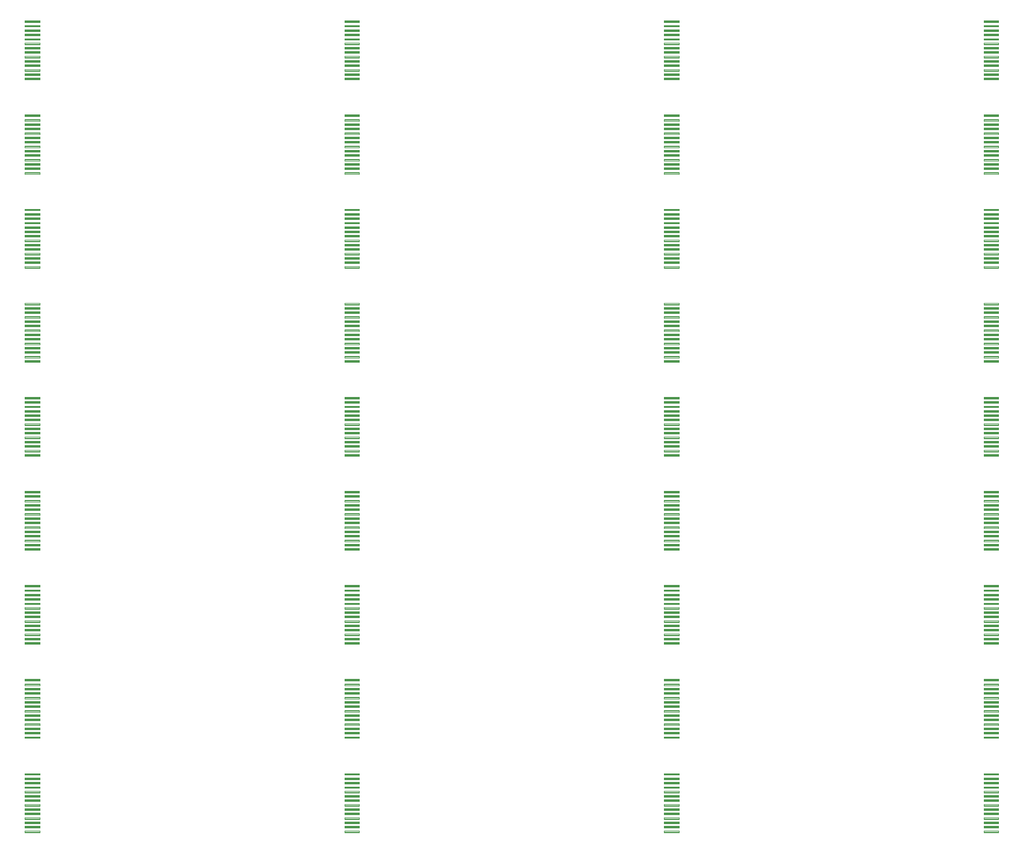
<source format=gtp>
G04 EAGLE Gerber RS-274X export*
G75*
%MOMM*%
%FSLAX34Y34*%
%LPD*%
%INSolderpaste Top*%
%IPPOS*%
%AMOC8*
5,1,8,0,0,1.08239X$1,22.5*%
G01*
%ADD10C,0.101500*%


D10*
X314633Y12097D02*
X293647Y12097D01*
X293647Y14583D01*
X314633Y14583D01*
X314633Y12097D01*
X314633Y13061D02*
X293647Y13061D01*
X293647Y14025D02*
X314633Y14025D01*
X314633Y18297D02*
X293647Y18297D01*
X293647Y20783D01*
X314633Y20783D01*
X314633Y18297D01*
X314633Y19261D02*
X293647Y19261D01*
X293647Y20225D02*
X314633Y20225D01*
X314633Y24497D02*
X293647Y24497D01*
X293647Y26983D01*
X314633Y26983D01*
X314633Y24497D01*
X314633Y25461D02*
X293647Y25461D01*
X293647Y26425D02*
X314633Y26425D01*
X314633Y30697D02*
X293647Y30697D01*
X293647Y33183D01*
X314633Y33183D01*
X314633Y30697D01*
X314633Y31661D02*
X293647Y31661D01*
X293647Y32625D02*
X314633Y32625D01*
X314633Y36897D02*
X293647Y36897D01*
X293647Y39383D01*
X314633Y39383D01*
X314633Y36897D01*
X314633Y37861D02*
X293647Y37861D01*
X293647Y38825D02*
X314633Y38825D01*
X314633Y43097D02*
X293647Y43097D01*
X293647Y45583D01*
X314633Y45583D01*
X314633Y43097D01*
X314633Y44061D02*
X293647Y44061D01*
X293647Y45025D02*
X314633Y45025D01*
X314633Y49297D02*
X293647Y49297D01*
X293647Y51783D01*
X314633Y51783D01*
X314633Y49297D01*
X314633Y50261D02*
X293647Y50261D01*
X293647Y51225D02*
X314633Y51225D01*
X314633Y55497D02*
X293647Y55497D01*
X293647Y57983D01*
X314633Y57983D01*
X314633Y55497D01*
X314633Y56461D02*
X293647Y56461D01*
X293647Y57425D02*
X314633Y57425D01*
X314633Y61697D02*
X293647Y61697D01*
X293647Y64183D01*
X314633Y64183D01*
X314633Y61697D01*
X314633Y62661D02*
X293647Y62661D01*
X293647Y63625D02*
X314633Y63625D01*
X314633Y67897D02*
X293647Y67897D01*
X293647Y70383D01*
X314633Y70383D01*
X314633Y67897D01*
X314633Y68861D02*
X293647Y68861D01*
X293647Y69825D02*
X314633Y69825D01*
X314633Y74097D02*
X293647Y74097D01*
X293647Y76583D01*
X314633Y76583D01*
X314633Y74097D01*
X314633Y75061D02*
X293647Y75061D01*
X293647Y76025D02*
X314633Y76025D01*
X314633Y80297D02*
X293647Y80297D01*
X293647Y82783D01*
X314633Y82783D01*
X314633Y80297D01*
X314633Y81261D02*
X293647Y81261D01*
X293647Y82225D02*
X314633Y82225D01*
X314633Y86497D02*
X293647Y86497D01*
X293647Y88983D01*
X314633Y88983D01*
X314633Y86497D01*
X314633Y87461D02*
X293647Y87461D01*
X293647Y88425D02*
X314633Y88425D01*
X314633Y92697D02*
X293647Y92697D01*
X293647Y95183D01*
X314633Y95183D01*
X314633Y92697D01*
X314633Y93661D02*
X293647Y93661D01*
X293647Y94625D02*
X314633Y94625D01*
X742846Y12097D02*
X763832Y12097D01*
X742846Y12097D02*
X742846Y14583D01*
X763832Y14583D01*
X763832Y12097D01*
X763832Y13061D02*
X742846Y13061D01*
X742846Y14025D02*
X763832Y14025D01*
X763832Y18297D02*
X742846Y18297D01*
X742846Y20783D01*
X763832Y20783D01*
X763832Y18297D01*
X763832Y19261D02*
X742846Y19261D01*
X742846Y20225D02*
X763832Y20225D01*
X763832Y24497D02*
X742846Y24497D01*
X742846Y26983D01*
X763832Y26983D01*
X763832Y24497D01*
X763832Y25461D02*
X742846Y25461D01*
X742846Y26425D02*
X763832Y26425D01*
X763832Y30697D02*
X742846Y30697D01*
X742846Y33183D01*
X763832Y33183D01*
X763832Y30697D01*
X763832Y31661D02*
X742846Y31661D01*
X742846Y32625D02*
X763832Y32625D01*
X763832Y36897D02*
X742846Y36897D01*
X742846Y39383D01*
X763832Y39383D01*
X763832Y36897D01*
X763832Y37861D02*
X742846Y37861D01*
X742846Y38825D02*
X763832Y38825D01*
X763832Y43097D02*
X742846Y43097D01*
X742846Y45583D01*
X763832Y45583D01*
X763832Y43097D01*
X763832Y44061D02*
X742846Y44061D01*
X742846Y45025D02*
X763832Y45025D01*
X763832Y49297D02*
X742846Y49297D01*
X742846Y51783D01*
X763832Y51783D01*
X763832Y49297D01*
X763832Y50261D02*
X742846Y50261D01*
X742846Y51225D02*
X763832Y51225D01*
X763832Y55497D02*
X742846Y55497D01*
X742846Y57983D01*
X763832Y57983D01*
X763832Y55497D01*
X763832Y56461D02*
X742846Y56461D01*
X742846Y57425D02*
X763832Y57425D01*
X763832Y61697D02*
X742846Y61697D01*
X742846Y64183D01*
X763832Y64183D01*
X763832Y61697D01*
X763832Y62661D02*
X742846Y62661D01*
X742846Y63625D02*
X763832Y63625D01*
X763832Y67897D02*
X742846Y67897D01*
X742846Y70383D01*
X763832Y70383D01*
X763832Y67897D01*
X763832Y68861D02*
X742846Y68861D01*
X742846Y69825D02*
X763832Y69825D01*
X763832Y74097D02*
X742846Y74097D01*
X742846Y76583D01*
X763832Y76583D01*
X763832Y74097D01*
X763832Y75061D02*
X742846Y75061D01*
X742846Y76025D02*
X763832Y76025D01*
X763832Y80297D02*
X742846Y80297D01*
X742846Y82783D01*
X763832Y82783D01*
X763832Y80297D01*
X763832Y81261D02*
X742846Y81261D01*
X742846Y82225D02*
X763832Y82225D01*
X763832Y86497D02*
X742846Y86497D01*
X742846Y88983D01*
X763832Y88983D01*
X763832Y86497D01*
X763832Y87461D02*
X742846Y87461D01*
X742846Y88425D02*
X763832Y88425D01*
X763832Y92697D02*
X742846Y92697D01*
X742846Y95183D01*
X763832Y95183D01*
X763832Y92697D01*
X763832Y93661D02*
X742846Y93661D01*
X742846Y94625D02*
X763832Y94625D01*
X1192045Y12097D02*
X1213031Y12097D01*
X1192045Y12097D02*
X1192045Y14583D01*
X1213031Y14583D01*
X1213031Y12097D01*
X1213031Y13061D02*
X1192045Y13061D01*
X1192045Y14025D02*
X1213031Y14025D01*
X1213031Y18297D02*
X1192045Y18297D01*
X1192045Y20783D01*
X1213031Y20783D01*
X1213031Y18297D01*
X1213031Y19261D02*
X1192045Y19261D01*
X1192045Y20225D02*
X1213031Y20225D01*
X1213031Y24497D02*
X1192045Y24497D01*
X1192045Y26983D01*
X1213031Y26983D01*
X1213031Y24497D01*
X1213031Y25461D02*
X1192045Y25461D01*
X1192045Y26425D02*
X1213031Y26425D01*
X1213031Y30697D02*
X1192045Y30697D01*
X1192045Y33183D01*
X1213031Y33183D01*
X1213031Y30697D01*
X1213031Y31661D02*
X1192045Y31661D01*
X1192045Y32625D02*
X1213031Y32625D01*
X1213031Y36897D02*
X1192045Y36897D01*
X1192045Y39383D01*
X1213031Y39383D01*
X1213031Y36897D01*
X1213031Y37861D02*
X1192045Y37861D01*
X1192045Y38825D02*
X1213031Y38825D01*
X1213031Y43097D02*
X1192045Y43097D01*
X1192045Y45583D01*
X1213031Y45583D01*
X1213031Y43097D01*
X1213031Y44061D02*
X1192045Y44061D01*
X1192045Y45025D02*
X1213031Y45025D01*
X1213031Y49297D02*
X1192045Y49297D01*
X1192045Y51783D01*
X1213031Y51783D01*
X1213031Y49297D01*
X1213031Y50261D02*
X1192045Y50261D01*
X1192045Y51225D02*
X1213031Y51225D01*
X1213031Y55497D02*
X1192045Y55497D01*
X1192045Y57983D01*
X1213031Y57983D01*
X1213031Y55497D01*
X1213031Y56461D02*
X1192045Y56461D01*
X1192045Y57425D02*
X1213031Y57425D01*
X1213031Y61697D02*
X1192045Y61697D01*
X1192045Y64183D01*
X1213031Y64183D01*
X1213031Y61697D01*
X1213031Y62661D02*
X1192045Y62661D01*
X1192045Y63625D02*
X1213031Y63625D01*
X1213031Y67897D02*
X1192045Y67897D01*
X1192045Y70383D01*
X1213031Y70383D01*
X1213031Y67897D01*
X1213031Y68861D02*
X1192045Y68861D01*
X1192045Y69825D02*
X1213031Y69825D01*
X1213031Y74097D02*
X1192045Y74097D01*
X1192045Y76583D01*
X1213031Y76583D01*
X1213031Y74097D01*
X1213031Y75061D02*
X1192045Y75061D01*
X1192045Y76025D02*
X1213031Y76025D01*
X1213031Y80297D02*
X1192045Y80297D01*
X1192045Y82783D01*
X1213031Y82783D01*
X1213031Y80297D01*
X1213031Y81261D02*
X1192045Y81261D01*
X1192045Y82225D02*
X1213031Y82225D01*
X1213031Y86497D02*
X1192045Y86497D01*
X1192045Y88983D01*
X1213031Y88983D01*
X1213031Y86497D01*
X1213031Y87461D02*
X1192045Y87461D01*
X1192045Y88425D02*
X1213031Y88425D01*
X1213031Y92697D02*
X1192045Y92697D01*
X1192045Y95183D01*
X1213031Y95183D01*
X1213031Y92697D01*
X1213031Y93661D02*
X1192045Y93661D01*
X1192045Y94625D02*
X1213031Y94625D01*
X1641244Y12097D02*
X1662230Y12097D01*
X1641244Y12097D02*
X1641244Y14583D01*
X1662230Y14583D01*
X1662230Y12097D01*
X1662230Y13061D02*
X1641244Y13061D01*
X1641244Y14025D02*
X1662230Y14025D01*
X1662230Y18297D02*
X1641244Y18297D01*
X1641244Y20783D01*
X1662230Y20783D01*
X1662230Y18297D01*
X1662230Y19261D02*
X1641244Y19261D01*
X1641244Y20225D02*
X1662230Y20225D01*
X1662230Y24497D02*
X1641244Y24497D01*
X1641244Y26983D01*
X1662230Y26983D01*
X1662230Y24497D01*
X1662230Y25461D02*
X1641244Y25461D01*
X1641244Y26425D02*
X1662230Y26425D01*
X1662230Y30697D02*
X1641244Y30697D01*
X1641244Y33183D01*
X1662230Y33183D01*
X1662230Y30697D01*
X1662230Y31661D02*
X1641244Y31661D01*
X1641244Y32625D02*
X1662230Y32625D01*
X1662230Y36897D02*
X1641244Y36897D01*
X1641244Y39383D01*
X1662230Y39383D01*
X1662230Y36897D01*
X1662230Y37861D02*
X1641244Y37861D01*
X1641244Y38825D02*
X1662230Y38825D01*
X1662230Y43097D02*
X1641244Y43097D01*
X1641244Y45583D01*
X1662230Y45583D01*
X1662230Y43097D01*
X1662230Y44061D02*
X1641244Y44061D01*
X1641244Y45025D02*
X1662230Y45025D01*
X1662230Y49297D02*
X1641244Y49297D01*
X1641244Y51783D01*
X1662230Y51783D01*
X1662230Y49297D01*
X1662230Y50261D02*
X1641244Y50261D01*
X1641244Y51225D02*
X1662230Y51225D01*
X1662230Y55497D02*
X1641244Y55497D01*
X1641244Y57983D01*
X1662230Y57983D01*
X1662230Y55497D01*
X1662230Y56461D02*
X1641244Y56461D01*
X1641244Y57425D02*
X1662230Y57425D01*
X1662230Y61697D02*
X1641244Y61697D01*
X1641244Y64183D01*
X1662230Y64183D01*
X1662230Y61697D01*
X1662230Y62661D02*
X1641244Y62661D01*
X1641244Y63625D02*
X1662230Y63625D01*
X1662230Y67897D02*
X1641244Y67897D01*
X1641244Y70383D01*
X1662230Y70383D01*
X1662230Y67897D01*
X1662230Y68861D02*
X1641244Y68861D01*
X1641244Y69825D02*
X1662230Y69825D01*
X1662230Y74097D02*
X1641244Y74097D01*
X1641244Y76583D01*
X1662230Y76583D01*
X1662230Y74097D01*
X1662230Y75061D02*
X1641244Y75061D01*
X1641244Y76025D02*
X1662230Y76025D01*
X1662230Y80297D02*
X1641244Y80297D01*
X1641244Y82783D01*
X1662230Y82783D01*
X1662230Y80297D01*
X1662230Y81261D02*
X1641244Y81261D01*
X1641244Y82225D02*
X1662230Y82225D01*
X1662230Y86497D02*
X1641244Y86497D01*
X1641244Y88983D01*
X1662230Y88983D01*
X1662230Y86497D01*
X1662230Y87461D02*
X1641244Y87461D01*
X1641244Y88425D02*
X1662230Y88425D01*
X1662230Y92697D02*
X1641244Y92697D01*
X1641244Y95183D01*
X1662230Y95183D01*
X1662230Y92697D01*
X1662230Y93661D02*
X1641244Y93661D01*
X1641244Y94625D02*
X1662230Y94625D01*
X314633Y144329D02*
X293647Y144329D01*
X293647Y146815D01*
X314633Y146815D01*
X314633Y144329D01*
X314633Y145293D02*
X293647Y145293D01*
X293647Y146257D02*
X314633Y146257D01*
X314633Y150529D02*
X293647Y150529D01*
X293647Y153015D01*
X314633Y153015D01*
X314633Y150529D01*
X314633Y151493D02*
X293647Y151493D01*
X293647Y152457D02*
X314633Y152457D01*
X314633Y156729D02*
X293647Y156729D01*
X293647Y159215D01*
X314633Y159215D01*
X314633Y156729D01*
X314633Y157693D02*
X293647Y157693D01*
X293647Y158657D02*
X314633Y158657D01*
X314633Y162929D02*
X293647Y162929D01*
X293647Y165415D01*
X314633Y165415D01*
X314633Y162929D01*
X314633Y163893D02*
X293647Y163893D01*
X293647Y164857D02*
X314633Y164857D01*
X314633Y169129D02*
X293647Y169129D01*
X293647Y171615D01*
X314633Y171615D01*
X314633Y169129D01*
X314633Y170093D02*
X293647Y170093D01*
X293647Y171057D02*
X314633Y171057D01*
X314633Y175329D02*
X293647Y175329D01*
X293647Y177815D01*
X314633Y177815D01*
X314633Y175329D01*
X314633Y176293D02*
X293647Y176293D01*
X293647Y177257D02*
X314633Y177257D01*
X314633Y181529D02*
X293647Y181529D01*
X293647Y184015D01*
X314633Y184015D01*
X314633Y181529D01*
X314633Y182493D02*
X293647Y182493D01*
X293647Y183457D02*
X314633Y183457D01*
X314633Y187729D02*
X293647Y187729D01*
X293647Y190215D01*
X314633Y190215D01*
X314633Y187729D01*
X314633Y188693D02*
X293647Y188693D01*
X293647Y189657D02*
X314633Y189657D01*
X314633Y193929D02*
X293647Y193929D01*
X293647Y196415D01*
X314633Y196415D01*
X314633Y193929D01*
X314633Y194893D02*
X293647Y194893D01*
X293647Y195857D02*
X314633Y195857D01*
X314633Y200129D02*
X293647Y200129D01*
X293647Y202615D01*
X314633Y202615D01*
X314633Y200129D01*
X314633Y201093D02*
X293647Y201093D01*
X293647Y202057D02*
X314633Y202057D01*
X314633Y206329D02*
X293647Y206329D01*
X293647Y208815D01*
X314633Y208815D01*
X314633Y206329D01*
X314633Y207293D02*
X293647Y207293D01*
X293647Y208257D02*
X314633Y208257D01*
X314633Y212529D02*
X293647Y212529D01*
X293647Y215015D01*
X314633Y215015D01*
X314633Y212529D01*
X314633Y213493D02*
X293647Y213493D01*
X293647Y214457D02*
X314633Y214457D01*
X314633Y218729D02*
X293647Y218729D01*
X293647Y221215D01*
X314633Y221215D01*
X314633Y218729D01*
X314633Y219693D02*
X293647Y219693D01*
X293647Y220657D02*
X314633Y220657D01*
X314633Y224929D02*
X293647Y224929D01*
X293647Y227415D01*
X314633Y227415D01*
X314633Y224929D01*
X314633Y225893D02*
X293647Y225893D01*
X293647Y226857D02*
X314633Y226857D01*
X742846Y144329D02*
X763832Y144329D01*
X742846Y144329D02*
X742846Y146815D01*
X763832Y146815D01*
X763832Y144329D01*
X763832Y145293D02*
X742846Y145293D01*
X742846Y146257D02*
X763832Y146257D01*
X763832Y150529D02*
X742846Y150529D01*
X742846Y153015D01*
X763832Y153015D01*
X763832Y150529D01*
X763832Y151493D02*
X742846Y151493D01*
X742846Y152457D02*
X763832Y152457D01*
X763832Y156729D02*
X742846Y156729D01*
X742846Y159215D01*
X763832Y159215D01*
X763832Y156729D01*
X763832Y157693D02*
X742846Y157693D01*
X742846Y158657D02*
X763832Y158657D01*
X763832Y162929D02*
X742846Y162929D01*
X742846Y165415D01*
X763832Y165415D01*
X763832Y162929D01*
X763832Y163893D02*
X742846Y163893D01*
X742846Y164857D02*
X763832Y164857D01*
X763832Y169129D02*
X742846Y169129D01*
X742846Y171615D01*
X763832Y171615D01*
X763832Y169129D01*
X763832Y170093D02*
X742846Y170093D01*
X742846Y171057D02*
X763832Y171057D01*
X763832Y175329D02*
X742846Y175329D01*
X742846Y177815D01*
X763832Y177815D01*
X763832Y175329D01*
X763832Y176293D02*
X742846Y176293D01*
X742846Y177257D02*
X763832Y177257D01*
X763832Y181529D02*
X742846Y181529D01*
X742846Y184015D01*
X763832Y184015D01*
X763832Y181529D01*
X763832Y182493D02*
X742846Y182493D01*
X742846Y183457D02*
X763832Y183457D01*
X763832Y187729D02*
X742846Y187729D01*
X742846Y190215D01*
X763832Y190215D01*
X763832Y187729D01*
X763832Y188693D02*
X742846Y188693D01*
X742846Y189657D02*
X763832Y189657D01*
X763832Y193929D02*
X742846Y193929D01*
X742846Y196415D01*
X763832Y196415D01*
X763832Y193929D01*
X763832Y194893D02*
X742846Y194893D01*
X742846Y195857D02*
X763832Y195857D01*
X763832Y200129D02*
X742846Y200129D01*
X742846Y202615D01*
X763832Y202615D01*
X763832Y200129D01*
X763832Y201093D02*
X742846Y201093D01*
X742846Y202057D02*
X763832Y202057D01*
X763832Y206329D02*
X742846Y206329D01*
X742846Y208815D01*
X763832Y208815D01*
X763832Y206329D01*
X763832Y207293D02*
X742846Y207293D01*
X742846Y208257D02*
X763832Y208257D01*
X763832Y212529D02*
X742846Y212529D01*
X742846Y215015D01*
X763832Y215015D01*
X763832Y212529D01*
X763832Y213493D02*
X742846Y213493D01*
X742846Y214457D02*
X763832Y214457D01*
X763832Y218729D02*
X742846Y218729D01*
X742846Y221215D01*
X763832Y221215D01*
X763832Y218729D01*
X763832Y219693D02*
X742846Y219693D01*
X742846Y220657D02*
X763832Y220657D01*
X763832Y224929D02*
X742846Y224929D01*
X742846Y227415D01*
X763832Y227415D01*
X763832Y224929D01*
X763832Y225893D02*
X742846Y225893D01*
X742846Y226857D02*
X763832Y226857D01*
X1192045Y144329D02*
X1213031Y144329D01*
X1192045Y144329D02*
X1192045Y146815D01*
X1213031Y146815D01*
X1213031Y144329D01*
X1213031Y145293D02*
X1192045Y145293D01*
X1192045Y146257D02*
X1213031Y146257D01*
X1213031Y150529D02*
X1192045Y150529D01*
X1192045Y153015D01*
X1213031Y153015D01*
X1213031Y150529D01*
X1213031Y151493D02*
X1192045Y151493D01*
X1192045Y152457D02*
X1213031Y152457D01*
X1213031Y156729D02*
X1192045Y156729D01*
X1192045Y159215D01*
X1213031Y159215D01*
X1213031Y156729D01*
X1213031Y157693D02*
X1192045Y157693D01*
X1192045Y158657D02*
X1213031Y158657D01*
X1213031Y162929D02*
X1192045Y162929D01*
X1192045Y165415D01*
X1213031Y165415D01*
X1213031Y162929D01*
X1213031Y163893D02*
X1192045Y163893D01*
X1192045Y164857D02*
X1213031Y164857D01*
X1213031Y169129D02*
X1192045Y169129D01*
X1192045Y171615D01*
X1213031Y171615D01*
X1213031Y169129D01*
X1213031Y170093D02*
X1192045Y170093D01*
X1192045Y171057D02*
X1213031Y171057D01*
X1213031Y175329D02*
X1192045Y175329D01*
X1192045Y177815D01*
X1213031Y177815D01*
X1213031Y175329D01*
X1213031Y176293D02*
X1192045Y176293D01*
X1192045Y177257D02*
X1213031Y177257D01*
X1213031Y181529D02*
X1192045Y181529D01*
X1192045Y184015D01*
X1213031Y184015D01*
X1213031Y181529D01*
X1213031Y182493D02*
X1192045Y182493D01*
X1192045Y183457D02*
X1213031Y183457D01*
X1213031Y187729D02*
X1192045Y187729D01*
X1192045Y190215D01*
X1213031Y190215D01*
X1213031Y187729D01*
X1213031Y188693D02*
X1192045Y188693D01*
X1192045Y189657D02*
X1213031Y189657D01*
X1213031Y193929D02*
X1192045Y193929D01*
X1192045Y196415D01*
X1213031Y196415D01*
X1213031Y193929D01*
X1213031Y194893D02*
X1192045Y194893D01*
X1192045Y195857D02*
X1213031Y195857D01*
X1213031Y200129D02*
X1192045Y200129D01*
X1192045Y202615D01*
X1213031Y202615D01*
X1213031Y200129D01*
X1213031Y201093D02*
X1192045Y201093D01*
X1192045Y202057D02*
X1213031Y202057D01*
X1213031Y206329D02*
X1192045Y206329D01*
X1192045Y208815D01*
X1213031Y208815D01*
X1213031Y206329D01*
X1213031Y207293D02*
X1192045Y207293D01*
X1192045Y208257D02*
X1213031Y208257D01*
X1213031Y212529D02*
X1192045Y212529D01*
X1192045Y215015D01*
X1213031Y215015D01*
X1213031Y212529D01*
X1213031Y213493D02*
X1192045Y213493D01*
X1192045Y214457D02*
X1213031Y214457D01*
X1213031Y218729D02*
X1192045Y218729D01*
X1192045Y221215D01*
X1213031Y221215D01*
X1213031Y218729D01*
X1213031Y219693D02*
X1192045Y219693D01*
X1192045Y220657D02*
X1213031Y220657D01*
X1213031Y224929D02*
X1192045Y224929D01*
X1192045Y227415D01*
X1213031Y227415D01*
X1213031Y224929D01*
X1213031Y225893D02*
X1192045Y225893D01*
X1192045Y226857D02*
X1213031Y226857D01*
X1641244Y144329D02*
X1662230Y144329D01*
X1641244Y144329D02*
X1641244Y146815D01*
X1662230Y146815D01*
X1662230Y144329D01*
X1662230Y145293D02*
X1641244Y145293D01*
X1641244Y146257D02*
X1662230Y146257D01*
X1662230Y150529D02*
X1641244Y150529D01*
X1641244Y153015D01*
X1662230Y153015D01*
X1662230Y150529D01*
X1662230Y151493D02*
X1641244Y151493D01*
X1641244Y152457D02*
X1662230Y152457D01*
X1662230Y156729D02*
X1641244Y156729D01*
X1641244Y159215D01*
X1662230Y159215D01*
X1662230Y156729D01*
X1662230Y157693D02*
X1641244Y157693D01*
X1641244Y158657D02*
X1662230Y158657D01*
X1662230Y162929D02*
X1641244Y162929D01*
X1641244Y165415D01*
X1662230Y165415D01*
X1662230Y162929D01*
X1662230Y163893D02*
X1641244Y163893D01*
X1641244Y164857D02*
X1662230Y164857D01*
X1662230Y169129D02*
X1641244Y169129D01*
X1641244Y171615D01*
X1662230Y171615D01*
X1662230Y169129D01*
X1662230Y170093D02*
X1641244Y170093D01*
X1641244Y171057D02*
X1662230Y171057D01*
X1662230Y175329D02*
X1641244Y175329D01*
X1641244Y177815D01*
X1662230Y177815D01*
X1662230Y175329D01*
X1662230Y176293D02*
X1641244Y176293D01*
X1641244Y177257D02*
X1662230Y177257D01*
X1662230Y181529D02*
X1641244Y181529D01*
X1641244Y184015D01*
X1662230Y184015D01*
X1662230Y181529D01*
X1662230Y182493D02*
X1641244Y182493D01*
X1641244Y183457D02*
X1662230Y183457D01*
X1662230Y187729D02*
X1641244Y187729D01*
X1641244Y190215D01*
X1662230Y190215D01*
X1662230Y187729D01*
X1662230Y188693D02*
X1641244Y188693D01*
X1641244Y189657D02*
X1662230Y189657D01*
X1662230Y193929D02*
X1641244Y193929D01*
X1641244Y196415D01*
X1662230Y196415D01*
X1662230Y193929D01*
X1662230Y194893D02*
X1641244Y194893D01*
X1641244Y195857D02*
X1662230Y195857D01*
X1662230Y200129D02*
X1641244Y200129D01*
X1641244Y202615D01*
X1662230Y202615D01*
X1662230Y200129D01*
X1662230Y201093D02*
X1641244Y201093D01*
X1641244Y202057D02*
X1662230Y202057D01*
X1662230Y206329D02*
X1641244Y206329D01*
X1641244Y208815D01*
X1662230Y208815D01*
X1662230Y206329D01*
X1662230Y207293D02*
X1641244Y207293D01*
X1641244Y208257D02*
X1662230Y208257D01*
X1662230Y212529D02*
X1641244Y212529D01*
X1641244Y215015D01*
X1662230Y215015D01*
X1662230Y212529D01*
X1662230Y213493D02*
X1641244Y213493D01*
X1641244Y214457D02*
X1662230Y214457D01*
X1662230Y218729D02*
X1641244Y218729D01*
X1641244Y221215D01*
X1662230Y221215D01*
X1662230Y218729D01*
X1662230Y219693D02*
X1641244Y219693D01*
X1641244Y220657D02*
X1662230Y220657D01*
X1662230Y224929D02*
X1641244Y224929D01*
X1641244Y227415D01*
X1662230Y227415D01*
X1662230Y224929D01*
X1662230Y225893D02*
X1641244Y225893D01*
X1641244Y226857D02*
X1662230Y226857D01*
X314633Y276536D02*
X293647Y276536D01*
X293647Y279022D01*
X314633Y279022D01*
X314633Y276536D01*
X314633Y277500D02*
X293647Y277500D01*
X293647Y278464D02*
X314633Y278464D01*
X314633Y282736D02*
X293647Y282736D01*
X293647Y285222D01*
X314633Y285222D01*
X314633Y282736D01*
X314633Y283700D02*
X293647Y283700D01*
X293647Y284664D02*
X314633Y284664D01*
X314633Y288936D02*
X293647Y288936D01*
X293647Y291422D01*
X314633Y291422D01*
X314633Y288936D01*
X314633Y289900D02*
X293647Y289900D01*
X293647Y290864D02*
X314633Y290864D01*
X314633Y295136D02*
X293647Y295136D01*
X293647Y297622D01*
X314633Y297622D01*
X314633Y295136D01*
X314633Y296100D02*
X293647Y296100D01*
X293647Y297064D02*
X314633Y297064D01*
X314633Y301336D02*
X293647Y301336D01*
X293647Y303822D01*
X314633Y303822D01*
X314633Y301336D01*
X314633Y302300D02*
X293647Y302300D01*
X293647Y303264D02*
X314633Y303264D01*
X314633Y307536D02*
X293647Y307536D01*
X293647Y310022D01*
X314633Y310022D01*
X314633Y307536D01*
X314633Y308500D02*
X293647Y308500D01*
X293647Y309464D02*
X314633Y309464D01*
X314633Y313736D02*
X293647Y313736D01*
X293647Y316222D01*
X314633Y316222D01*
X314633Y313736D01*
X314633Y314700D02*
X293647Y314700D01*
X293647Y315664D02*
X314633Y315664D01*
X314633Y319936D02*
X293647Y319936D01*
X293647Y322422D01*
X314633Y322422D01*
X314633Y319936D01*
X314633Y320900D02*
X293647Y320900D01*
X293647Y321864D02*
X314633Y321864D01*
X314633Y326136D02*
X293647Y326136D01*
X293647Y328622D01*
X314633Y328622D01*
X314633Y326136D01*
X314633Y327100D02*
X293647Y327100D01*
X293647Y328064D02*
X314633Y328064D01*
X314633Y332336D02*
X293647Y332336D01*
X293647Y334822D01*
X314633Y334822D01*
X314633Y332336D01*
X314633Y333300D02*
X293647Y333300D01*
X293647Y334264D02*
X314633Y334264D01*
X314633Y338536D02*
X293647Y338536D01*
X293647Y341022D01*
X314633Y341022D01*
X314633Y338536D01*
X314633Y339500D02*
X293647Y339500D01*
X293647Y340464D02*
X314633Y340464D01*
X314633Y344736D02*
X293647Y344736D01*
X293647Y347222D01*
X314633Y347222D01*
X314633Y344736D01*
X314633Y345700D02*
X293647Y345700D01*
X293647Y346664D02*
X314633Y346664D01*
X314633Y350936D02*
X293647Y350936D01*
X293647Y353422D01*
X314633Y353422D01*
X314633Y350936D01*
X314633Y351900D02*
X293647Y351900D01*
X293647Y352864D02*
X314633Y352864D01*
X314633Y357136D02*
X293647Y357136D01*
X293647Y359622D01*
X314633Y359622D01*
X314633Y357136D01*
X314633Y358100D02*
X293647Y358100D01*
X293647Y359064D02*
X314633Y359064D01*
X742846Y276536D02*
X763832Y276536D01*
X742846Y276536D02*
X742846Y279022D01*
X763832Y279022D01*
X763832Y276536D01*
X763832Y277500D02*
X742846Y277500D01*
X742846Y278464D02*
X763832Y278464D01*
X763832Y282736D02*
X742846Y282736D01*
X742846Y285222D01*
X763832Y285222D01*
X763832Y282736D01*
X763832Y283700D02*
X742846Y283700D01*
X742846Y284664D02*
X763832Y284664D01*
X763832Y288936D02*
X742846Y288936D01*
X742846Y291422D01*
X763832Y291422D01*
X763832Y288936D01*
X763832Y289900D02*
X742846Y289900D01*
X742846Y290864D02*
X763832Y290864D01*
X763832Y295136D02*
X742846Y295136D01*
X742846Y297622D01*
X763832Y297622D01*
X763832Y295136D01*
X763832Y296100D02*
X742846Y296100D01*
X742846Y297064D02*
X763832Y297064D01*
X763832Y301336D02*
X742846Y301336D01*
X742846Y303822D01*
X763832Y303822D01*
X763832Y301336D01*
X763832Y302300D02*
X742846Y302300D01*
X742846Y303264D02*
X763832Y303264D01*
X763832Y307536D02*
X742846Y307536D01*
X742846Y310022D01*
X763832Y310022D01*
X763832Y307536D01*
X763832Y308500D02*
X742846Y308500D01*
X742846Y309464D02*
X763832Y309464D01*
X763832Y313736D02*
X742846Y313736D01*
X742846Y316222D01*
X763832Y316222D01*
X763832Y313736D01*
X763832Y314700D02*
X742846Y314700D01*
X742846Y315664D02*
X763832Y315664D01*
X763832Y319936D02*
X742846Y319936D01*
X742846Y322422D01*
X763832Y322422D01*
X763832Y319936D01*
X763832Y320900D02*
X742846Y320900D01*
X742846Y321864D02*
X763832Y321864D01*
X763832Y326136D02*
X742846Y326136D01*
X742846Y328622D01*
X763832Y328622D01*
X763832Y326136D01*
X763832Y327100D02*
X742846Y327100D01*
X742846Y328064D02*
X763832Y328064D01*
X763832Y332336D02*
X742846Y332336D01*
X742846Y334822D01*
X763832Y334822D01*
X763832Y332336D01*
X763832Y333300D02*
X742846Y333300D01*
X742846Y334264D02*
X763832Y334264D01*
X763832Y338536D02*
X742846Y338536D01*
X742846Y341022D01*
X763832Y341022D01*
X763832Y338536D01*
X763832Y339500D02*
X742846Y339500D01*
X742846Y340464D02*
X763832Y340464D01*
X763832Y344736D02*
X742846Y344736D01*
X742846Y347222D01*
X763832Y347222D01*
X763832Y344736D01*
X763832Y345700D02*
X742846Y345700D01*
X742846Y346664D02*
X763832Y346664D01*
X763832Y350936D02*
X742846Y350936D01*
X742846Y353422D01*
X763832Y353422D01*
X763832Y350936D01*
X763832Y351900D02*
X742846Y351900D01*
X742846Y352864D02*
X763832Y352864D01*
X763832Y357136D02*
X742846Y357136D01*
X742846Y359622D01*
X763832Y359622D01*
X763832Y357136D01*
X763832Y358100D02*
X742846Y358100D01*
X742846Y359064D02*
X763832Y359064D01*
X1192045Y276536D02*
X1213031Y276536D01*
X1192045Y276536D02*
X1192045Y279022D01*
X1213031Y279022D01*
X1213031Y276536D01*
X1213031Y277500D02*
X1192045Y277500D01*
X1192045Y278464D02*
X1213031Y278464D01*
X1213031Y282736D02*
X1192045Y282736D01*
X1192045Y285222D01*
X1213031Y285222D01*
X1213031Y282736D01*
X1213031Y283700D02*
X1192045Y283700D01*
X1192045Y284664D02*
X1213031Y284664D01*
X1213031Y288936D02*
X1192045Y288936D01*
X1192045Y291422D01*
X1213031Y291422D01*
X1213031Y288936D01*
X1213031Y289900D02*
X1192045Y289900D01*
X1192045Y290864D02*
X1213031Y290864D01*
X1213031Y295136D02*
X1192045Y295136D01*
X1192045Y297622D01*
X1213031Y297622D01*
X1213031Y295136D01*
X1213031Y296100D02*
X1192045Y296100D01*
X1192045Y297064D02*
X1213031Y297064D01*
X1213031Y301336D02*
X1192045Y301336D01*
X1192045Y303822D01*
X1213031Y303822D01*
X1213031Y301336D01*
X1213031Y302300D02*
X1192045Y302300D01*
X1192045Y303264D02*
X1213031Y303264D01*
X1213031Y307536D02*
X1192045Y307536D01*
X1192045Y310022D01*
X1213031Y310022D01*
X1213031Y307536D01*
X1213031Y308500D02*
X1192045Y308500D01*
X1192045Y309464D02*
X1213031Y309464D01*
X1213031Y313736D02*
X1192045Y313736D01*
X1192045Y316222D01*
X1213031Y316222D01*
X1213031Y313736D01*
X1213031Y314700D02*
X1192045Y314700D01*
X1192045Y315664D02*
X1213031Y315664D01*
X1213031Y319936D02*
X1192045Y319936D01*
X1192045Y322422D01*
X1213031Y322422D01*
X1213031Y319936D01*
X1213031Y320900D02*
X1192045Y320900D01*
X1192045Y321864D02*
X1213031Y321864D01*
X1213031Y326136D02*
X1192045Y326136D01*
X1192045Y328622D01*
X1213031Y328622D01*
X1213031Y326136D01*
X1213031Y327100D02*
X1192045Y327100D01*
X1192045Y328064D02*
X1213031Y328064D01*
X1213031Y332336D02*
X1192045Y332336D01*
X1192045Y334822D01*
X1213031Y334822D01*
X1213031Y332336D01*
X1213031Y333300D02*
X1192045Y333300D01*
X1192045Y334264D02*
X1213031Y334264D01*
X1213031Y338536D02*
X1192045Y338536D01*
X1192045Y341022D01*
X1213031Y341022D01*
X1213031Y338536D01*
X1213031Y339500D02*
X1192045Y339500D01*
X1192045Y340464D02*
X1213031Y340464D01*
X1213031Y344736D02*
X1192045Y344736D01*
X1192045Y347222D01*
X1213031Y347222D01*
X1213031Y344736D01*
X1213031Y345700D02*
X1192045Y345700D01*
X1192045Y346664D02*
X1213031Y346664D01*
X1213031Y350936D02*
X1192045Y350936D01*
X1192045Y353422D01*
X1213031Y353422D01*
X1213031Y350936D01*
X1213031Y351900D02*
X1192045Y351900D01*
X1192045Y352864D02*
X1213031Y352864D01*
X1213031Y357136D02*
X1192045Y357136D01*
X1192045Y359622D01*
X1213031Y359622D01*
X1213031Y357136D01*
X1213031Y358100D02*
X1192045Y358100D01*
X1192045Y359064D02*
X1213031Y359064D01*
X1641244Y276536D02*
X1662230Y276536D01*
X1641244Y276536D02*
X1641244Y279022D01*
X1662230Y279022D01*
X1662230Y276536D01*
X1662230Y277500D02*
X1641244Y277500D01*
X1641244Y278464D02*
X1662230Y278464D01*
X1662230Y282736D02*
X1641244Y282736D01*
X1641244Y285222D01*
X1662230Y285222D01*
X1662230Y282736D01*
X1662230Y283700D02*
X1641244Y283700D01*
X1641244Y284664D02*
X1662230Y284664D01*
X1662230Y288936D02*
X1641244Y288936D01*
X1641244Y291422D01*
X1662230Y291422D01*
X1662230Y288936D01*
X1662230Y289900D02*
X1641244Y289900D01*
X1641244Y290864D02*
X1662230Y290864D01*
X1662230Y295136D02*
X1641244Y295136D01*
X1641244Y297622D01*
X1662230Y297622D01*
X1662230Y295136D01*
X1662230Y296100D02*
X1641244Y296100D01*
X1641244Y297064D02*
X1662230Y297064D01*
X1662230Y301336D02*
X1641244Y301336D01*
X1641244Y303822D01*
X1662230Y303822D01*
X1662230Y301336D01*
X1662230Y302300D02*
X1641244Y302300D01*
X1641244Y303264D02*
X1662230Y303264D01*
X1662230Y307536D02*
X1641244Y307536D01*
X1641244Y310022D01*
X1662230Y310022D01*
X1662230Y307536D01*
X1662230Y308500D02*
X1641244Y308500D01*
X1641244Y309464D02*
X1662230Y309464D01*
X1662230Y313736D02*
X1641244Y313736D01*
X1641244Y316222D01*
X1662230Y316222D01*
X1662230Y313736D01*
X1662230Y314700D02*
X1641244Y314700D01*
X1641244Y315664D02*
X1662230Y315664D01*
X1662230Y319936D02*
X1641244Y319936D01*
X1641244Y322422D01*
X1662230Y322422D01*
X1662230Y319936D01*
X1662230Y320900D02*
X1641244Y320900D01*
X1641244Y321864D02*
X1662230Y321864D01*
X1662230Y326136D02*
X1641244Y326136D01*
X1641244Y328622D01*
X1662230Y328622D01*
X1662230Y326136D01*
X1662230Y327100D02*
X1641244Y327100D01*
X1641244Y328064D02*
X1662230Y328064D01*
X1662230Y332336D02*
X1641244Y332336D01*
X1641244Y334822D01*
X1662230Y334822D01*
X1662230Y332336D01*
X1662230Y333300D02*
X1641244Y333300D01*
X1641244Y334264D02*
X1662230Y334264D01*
X1662230Y338536D02*
X1641244Y338536D01*
X1641244Y341022D01*
X1662230Y341022D01*
X1662230Y338536D01*
X1662230Y339500D02*
X1641244Y339500D01*
X1641244Y340464D02*
X1662230Y340464D01*
X1662230Y344736D02*
X1641244Y344736D01*
X1641244Y347222D01*
X1662230Y347222D01*
X1662230Y344736D01*
X1662230Y345700D02*
X1641244Y345700D01*
X1641244Y346664D02*
X1662230Y346664D01*
X1662230Y350936D02*
X1641244Y350936D01*
X1641244Y353422D01*
X1662230Y353422D01*
X1662230Y350936D01*
X1662230Y351900D02*
X1641244Y351900D01*
X1641244Y352864D02*
X1662230Y352864D01*
X1662230Y357136D02*
X1641244Y357136D01*
X1641244Y359622D01*
X1662230Y359622D01*
X1662230Y357136D01*
X1662230Y358100D02*
X1641244Y358100D01*
X1641244Y359064D02*
X1662230Y359064D01*
X314633Y408769D02*
X293647Y408769D01*
X293647Y411255D01*
X314633Y411255D01*
X314633Y408769D01*
X314633Y409733D02*
X293647Y409733D01*
X293647Y410697D02*
X314633Y410697D01*
X314633Y414969D02*
X293647Y414969D01*
X293647Y417455D01*
X314633Y417455D01*
X314633Y414969D01*
X314633Y415933D02*
X293647Y415933D01*
X293647Y416897D02*
X314633Y416897D01*
X314633Y421169D02*
X293647Y421169D01*
X293647Y423655D01*
X314633Y423655D01*
X314633Y421169D01*
X314633Y422133D02*
X293647Y422133D01*
X293647Y423097D02*
X314633Y423097D01*
X314633Y427369D02*
X293647Y427369D01*
X293647Y429855D01*
X314633Y429855D01*
X314633Y427369D01*
X314633Y428333D02*
X293647Y428333D01*
X293647Y429297D02*
X314633Y429297D01*
X314633Y433569D02*
X293647Y433569D01*
X293647Y436055D01*
X314633Y436055D01*
X314633Y433569D01*
X314633Y434533D02*
X293647Y434533D01*
X293647Y435497D02*
X314633Y435497D01*
X314633Y439769D02*
X293647Y439769D01*
X293647Y442255D01*
X314633Y442255D01*
X314633Y439769D01*
X314633Y440733D02*
X293647Y440733D01*
X293647Y441697D02*
X314633Y441697D01*
X314633Y445969D02*
X293647Y445969D01*
X293647Y448455D01*
X314633Y448455D01*
X314633Y445969D01*
X314633Y446933D02*
X293647Y446933D01*
X293647Y447897D02*
X314633Y447897D01*
X314633Y452169D02*
X293647Y452169D01*
X293647Y454655D01*
X314633Y454655D01*
X314633Y452169D01*
X314633Y453133D02*
X293647Y453133D01*
X293647Y454097D02*
X314633Y454097D01*
X314633Y458369D02*
X293647Y458369D01*
X293647Y460855D01*
X314633Y460855D01*
X314633Y458369D01*
X314633Y459333D02*
X293647Y459333D01*
X293647Y460297D02*
X314633Y460297D01*
X314633Y464569D02*
X293647Y464569D01*
X293647Y467055D01*
X314633Y467055D01*
X314633Y464569D01*
X314633Y465533D02*
X293647Y465533D01*
X293647Y466497D02*
X314633Y466497D01*
X314633Y470769D02*
X293647Y470769D01*
X293647Y473255D01*
X314633Y473255D01*
X314633Y470769D01*
X314633Y471733D02*
X293647Y471733D01*
X293647Y472697D02*
X314633Y472697D01*
X314633Y476969D02*
X293647Y476969D01*
X293647Y479455D01*
X314633Y479455D01*
X314633Y476969D01*
X314633Y477933D02*
X293647Y477933D01*
X293647Y478897D02*
X314633Y478897D01*
X314633Y483169D02*
X293647Y483169D01*
X293647Y485655D01*
X314633Y485655D01*
X314633Y483169D01*
X314633Y484133D02*
X293647Y484133D01*
X293647Y485097D02*
X314633Y485097D01*
X314633Y489369D02*
X293647Y489369D01*
X293647Y491855D01*
X314633Y491855D01*
X314633Y489369D01*
X314633Y490333D02*
X293647Y490333D01*
X293647Y491297D02*
X314633Y491297D01*
X742846Y408769D02*
X763832Y408769D01*
X742846Y408769D02*
X742846Y411255D01*
X763832Y411255D01*
X763832Y408769D01*
X763832Y409733D02*
X742846Y409733D01*
X742846Y410697D02*
X763832Y410697D01*
X763832Y414969D02*
X742846Y414969D01*
X742846Y417455D01*
X763832Y417455D01*
X763832Y414969D01*
X763832Y415933D02*
X742846Y415933D01*
X742846Y416897D02*
X763832Y416897D01*
X763832Y421169D02*
X742846Y421169D01*
X742846Y423655D01*
X763832Y423655D01*
X763832Y421169D01*
X763832Y422133D02*
X742846Y422133D01*
X742846Y423097D02*
X763832Y423097D01*
X763832Y427369D02*
X742846Y427369D01*
X742846Y429855D01*
X763832Y429855D01*
X763832Y427369D01*
X763832Y428333D02*
X742846Y428333D01*
X742846Y429297D02*
X763832Y429297D01*
X763832Y433569D02*
X742846Y433569D01*
X742846Y436055D01*
X763832Y436055D01*
X763832Y433569D01*
X763832Y434533D02*
X742846Y434533D01*
X742846Y435497D02*
X763832Y435497D01*
X763832Y439769D02*
X742846Y439769D01*
X742846Y442255D01*
X763832Y442255D01*
X763832Y439769D01*
X763832Y440733D02*
X742846Y440733D01*
X742846Y441697D02*
X763832Y441697D01*
X763832Y445969D02*
X742846Y445969D01*
X742846Y448455D01*
X763832Y448455D01*
X763832Y445969D01*
X763832Y446933D02*
X742846Y446933D01*
X742846Y447897D02*
X763832Y447897D01*
X763832Y452169D02*
X742846Y452169D01*
X742846Y454655D01*
X763832Y454655D01*
X763832Y452169D01*
X763832Y453133D02*
X742846Y453133D01*
X742846Y454097D02*
X763832Y454097D01*
X763832Y458369D02*
X742846Y458369D01*
X742846Y460855D01*
X763832Y460855D01*
X763832Y458369D01*
X763832Y459333D02*
X742846Y459333D01*
X742846Y460297D02*
X763832Y460297D01*
X763832Y464569D02*
X742846Y464569D01*
X742846Y467055D01*
X763832Y467055D01*
X763832Y464569D01*
X763832Y465533D02*
X742846Y465533D01*
X742846Y466497D02*
X763832Y466497D01*
X763832Y470769D02*
X742846Y470769D01*
X742846Y473255D01*
X763832Y473255D01*
X763832Y470769D01*
X763832Y471733D02*
X742846Y471733D01*
X742846Y472697D02*
X763832Y472697D01*
X763832Y476969D02*
X742846Y476969D01*
X742846Y479455D01*
X763832Y479455D01*
X763832Y476969D01*
X763832Y477933D02*
X742846Y477933D01*
X742846Y478897D02*
X763832Y478897D01*
X763832Y483169D02*
X742846Y483169D01*
X742846Y485655D01*
X763832Y485655D01*
X763832Y483169D01*
X763832Y484133D02*
X742846Y484133D01*
X742846Y485097D02*
X763832Y485097D01*
X763832Y489369D02*
X742846Y489369D01*
X742846Y491855D01*
X763832Y491855D01*
X763832Y489369D01*
X763832Y490333D02*
X742846Y490333D01*
X742846Y491297D02*
X763832Y491297D01*
X1192045Y408769D02*
X1213031Y408769D01*
X1192045Y408769D02*
X1192045Y411255D01*
X1213031Y411255D01*
X1213031Y408769D01*
X1213031Y409733D02*
X1192045Y409733D01*
X1192045Y410697D02*
X1213031Y410697D01*
X1213031Y414969D02*
X1192045Y414969D01*
X1192045Y417455D01*
X1213031Y417455D01*
X1213031Y414969D01*
X1213031Y415933D02*
X1192045Y415933D01*
X1192045Y416897D02*
X1213031Y416897D01*
X1213031Y421169D02*
X1192045Y421169D01*
X1192045Y423655D01*
X1213031Y423655D01*
X1213031Y421169D01*
X1213031Y422133D02*
X1192045Y422133D01*
X1192045Y423097D02*
X1213031Y423097D01*
X1213031Y427369D02*
X1192045Y427369D01*
X1192045Y429855D01*
X1213031Y429855D01*
X1213031Y427369D01*
X1213031Y428333D02*
X1192045Y428333D01*
X1192045Y429297D02*
X1213031Y429297D01*
X1213031Y433569D02*
X1192045Y433569D01*
X1192045Y436055D01*
X1213031Y436055D01*
X1213031Y433569D01*
X1213031Y434533D02*
X1192045Y434533D01*
X1192045Y435497D02*
X1213031Y435497D01*
X1213031Y439769D02*
X1192045Y439769D01*
X1192045Y442255D01*
X1213031Y442255D01*
X1213031Y439769D01*
X1213031Y440733D02*
X1192045Y440733D01*
X1192045Y441697D02*
X1213031Y441697D01*
X1213031Y445969D02*
X1192045Y445969D01*
X1192045Y448455D01*
X1213031Y448455D01*
X1213031Y445969D01*
X1213031Y446933D02*
X1192045Y446933D01*
X1192045Y447897D02*
X1213031Y447897D01*
X1213031Y452169D02*
X1192045Y452169D01*
X1192045Y454655D01*
X1213031Y454655D01*
X1213031Y452169D01*
X1213031Y453133D02*
X1192045Y453133D01*
X1192045Y454097D02*
X1213031Y454097D01*
X1213031Y458369D02*
X1192045Y458369D01*
X1192045Y460855D01*
X1213031Y460855D01*
X1213031Y458369D01*
X1213031Y459333D02*
X1192045Y459333D01*
X1192045Y460297D02*
X1213031Y460297D01*
X1213031Y464569D02*
X1192045Y464569D01*
X1192045Y467055D01*
X1213031Y467055D01*
X1213031Y464569D01*
X1213031Y465533D02*
X1192045Y465533D01*
X1192045Y466497D02*
X1213031Y466497D01*
X1213031Y470769D02*
X1192045Y470769D01*
X1192045Y473255D01*
X1213031Y473255D01*
X1213031Y470769D01*
X1213031Y471733D02*
X1192045Y471733D01*
X1192045Y472697D02*
X1213031Y472697D01*
X1213031Y476969D02*
X1192045Y476969D01*
X1192045Y479455D01*
X1213031Y479455D01*
X1213031Y476969D01*
X1213031Y477933D02*
X1192045Y477933D01*
X1192045Y478897D02*
X1213031Y478897D01*
X1213031Y483169D02*
X1192045Y483169D01*
X1192045Y485655D01*
X1213031Y485655D01*
X1213031Y483169D01*
X1213031Y484133D02*
X1192045Y484133D01*
X1192045Y485097D02*
X1213031Y485097D01*
X1213031Y489369D02*
X1192045Y489369D01*
X1192045Y491855D01*
X1213031Y491855D01*
X1213031Y489369D01*
X1213031Y490333D02*
X1192045Y490333D01*
X1192045Y491297D02*
X1213031Y491297D01*
X1641244Y408769D02*
X1662230Y408769D01*
X1641244Y408769D02*
X1641244Y411255D01*
X1662230Y411255D01*
X1662230Y408769D01*
X1662230Y409733D02*
X1641244Y409733D01*
X1641244Y410697D02*
X1662230Y410697D01*
X1662230Y414969D02*
X1641244Y414969D01*
X1641244Y417455D01*
X1662230Y417455D01*
X1662230Y414969D01*
X1662230Y415933D02*
X1641244Y415933D01*
X1641244Y416897D02*
X1662230Y416897D01*
X1662230Y421169D02*
X1641244Y421169D01*
X1641244Y423655D01*
X1662230Y423655D01*
X1662230Y421169D01*
X1662230Y422133D02*
X1641244Y422133D01*
X1641244Y423097D02*
X1662230Y423097D01*
X1662230Y427369D02*
X1641244Y427369D01*
X1641244Y429855D01*
X1662230Y429855D01*
X1662230Y427369D01*
X1662230Y428333D02*
X1641244Y428333D01*
X1641244Y429297D02*
X1662230Y429297D01*
X1662230Y433569D02*
X1641244Y433569D01*
X1641244Y436055D01*
X1662230Y436055D01*
X1662230Y433569D01*
X1662230Y434533D02*
X1641244Y434533D01*
X1641244Y435497D02*
X1662230Y435497D01*
X1662230Y439769D02*
X1641244Y439769D01*
X1641244Y442255D01*
X1662230Y442255D01*
X1662230Y439769D01*
X1662230Y440733D02*
X1641244Y440733D01*
X1641244Y441697D02*
X1662230Y441697D01*
X1662230Y445969D02*
X1641244Y445969D01*
X1641244Y448455D01*
X1662230Y448455D01*
X1662230Y445969D01*
X1662230Y446933D02*
X1641244Y446933D01*
X1641244Y447897D02*
X1662230Y447897D01*
X1662230Y452169D02*
X1641244Y452169D01*
X1641244Y454655D01*
X1662230Y454655D01*
X1662230Y452169D01*
X1662230Y453133D02*
X1641244Y453133D01*
X1641244Y454097D02*
X1662230Y454097D01*
X1662230Y458369D02*
X1641244Y458369D01*
X1641244Y460855D01*
X1662230Y460855D01*
X1662230Y458369D01*
X1662230Y459333D02*
X1641244Y459333D01*
X1641244Y460297D02*
X1662230Y460297D01*
X1662230Y464569D02*
X1641244Y464569D01*
X1641244Y467055D01*
X1662230Y467055D01*
X1662230Y464569D01*
X1662230Y465533D02*
X1641244Y465533D01*
X1641244Y466497D02*
X1662230Y466497D01*
X1662230Y470769D02*
X1641244Y470769D01*
X1641244Y473255D01*
X1662230Y473255D01*
X1662230Y470769D01*
X1662230Y471733D02*
X1641244Y471733D01*
X1641244Y472697D02*
X1662230Y472697D01*
X1662230Y476969D02*
X1641244Y476969D01*
X1641244Y479455D01*
X1662230Y479455D01*
X1662230Y476969D01*
X1662230Y477933D02*
X1641244Y477933D01*
X1641244Y478897D02*
X1662230Y478897D01*
X1662230Y483169D02*
X1641244Y483169D01*
X1641244Y485655D01*
X1662230Y485655D01*
X1662230Y483169D01*
X1662230Y484133D02*
X1641244Y484133D01*
X1641244Y485097D02*
X1662230Y485097D01*
X1662230Y489369D02*
X1641244Y489369D01*
X1641244Y491855D01*
X1662230Y491855D01*
X1662230Y489369D01*
X1662230Y490333D02*
X1641244Y490333D01*
X1641244Y491297D02*
X1662230Y491297D01*
X314633Y540976D02*
X293647Y540976D01*
X293647Y543462D01*
X314633Y543462D01*
X314633Y540976D01*
X314633Y541940D02*
X293647Y541940D01*
X293647Y542904D02*
X314633Y542904D01*
X314633Y547176D02*
X293647Y547176D01*
X293647Y549662D01*
X314633Y549662D01*
X314633Y547176D01*
X314633Y548140D02*
X293647Y548140D01*
X293647Y549104D02*
X314633Y549104D01*
X314633Y553376D02*
X293647Y553376D01*
X293647Y555862D01*
X314633Y555862D01*
X314633Y553376D01*
X314633Y554340D02*
X293647Y554340D01*
X293647Y555304D02*
X314633Y555304D01*
X314633Y559576D02*
X293647Y559576D01*
X293647Y562062D01*
X314633Y562062D01*
X314633Y559576D01*
X314633Y560540D02*
X293647Y560540D01*
X293647Y561504D02*
X314633Y561504D01*
X314633Y565776D02*
X293647Y565776D01*
X293647Y568262D01*
X314633Y568262D01*
X314633Y565776D01*
X314633Y566740D02*
X293647Y566740D01*
X293647Y567704D02*
X314633Y567704D01*
X314633Y571976D02*
X293647Y571976D01*
X293647Y574462D01*
X314633Y574462D01*
X314633Y571976D01*
X314633Y572940D02*
X293647Y572940D01*
X293647Y573904D02*
X314633Y573904D01*
X314633Y578176D02*
X293647Y578176D01*
X293647Y580662D01*
X314633Y580662D01*
X314633Y578176D01*
X314633Y579140D02*
X293647Y579140D01*
X293647Y580104D02*
X314633Y580104D01*
X314633Y584376D02*
X293647Y584376D01*
X293647Y586862D01*
X314633Y586862D01*
X314633Y584376D01*
X314633Y585340D02*
X293647Y585340D01*
X293647Y586304D02*
X314633Y586304D01*
X314633Y590576D02*
X293647Y590576D01*
X293647Y593062D01*
X314633Y593062D01*
X314633Y590576D01*
X314633Y591540D02*
X293647Y591540D01*
X293647Y592504D02*
X314633Y592504D01*
X314633Y596776D02*
X293647Y596776D01*
X293647Y599262D01*
X314633Y599262D01*
X314633Y596776D01*
X314633Y597740D02*
X293647Y597740D01*
X293647Y598704D02*
X314633Y598704D01*
X314633Y602976D02*
X293647Y602976D01*
X293647Y605462D01*
X314633Y605462D01*
X314633Y602976D01*
X314633Y603940D02*
X293647Y603940D01*
X293647Y604904D02*
X314633Y604904D01*
X314633Y609176D02*
X293647Y609176D01*
X293647Y611662D01*
X314633Y611662D01*
X314633Y609176D01*
X314633Y610140D02*
X293647Y610140D01*
X293647Y611104D02*
X314633Y611104D01*
X314633Y615376D02*
X293647Y615376D01*
X293647Y617862D01*
X314633Y617862D01*
X314633Y615376D01*
X314633Y616340D02*
X293647Y616340D01*
X293647Y617304D02*
X314633Y617304D01*
X314633Y621576D02*
X293647Y621576D01*
X293647Y624062D01*
X314633Y624062D01*
X314633Y621576D01*
X314633Y622540D02*
X293647Y622540D01*
X293647Y623504D02*
X314633Y623504D01*
X742846Y540976D02*
X763832Y540976D01*
X742846Y540976D02*
X742846Y543462D01*
X763832Y543462D01*
X763832Y540976D01*
X763832Y541940D02*
X742846Y541940D01*
X742846Y542904D02*
X763832Y542904D01*
X763832Y547176D02*
X742846Y547176D01*
X742846Y549662D01*
X763832Y549662D01*
X763832Y547176D01*
X763832Y548140D02*
X742846Y548140D01*
X742846Y549104D02*
X763832Y549104D01*
X763832Y553376D02*
X742846Y553376D01*
X742846Y555862D01*
X763832Y555862D01*
X763832Y553376D01*
X763832Y554340D02*
X742846Y554340D01*
X742846Y555304D02*
X763832Y555304D01*
X763832Y559576D02*
X742846Y559576D01*
X742846Y562062D01*
X763832Y562062D01*
X763832Y559576D01*
X763832Y560540D02*
X742846Y560540D01*
X742846Y561504D02*
X763832Y561504D01*
X763832Y565776D02*
X742846Y565776D01*
X742846Y568262D01*
X763832Y568262D01*
X763832Y565776D01*
X763832Y566740D02*
X742846Y566740D01*
X742846Y567704D02*
X763832Y567704D01*
X763832Y571976D02*
X742846Y571976D01*
X742846Y574462D01*
X763832Y574462D01*
X763832Y571976D01*
X763832Y572940D02*
X742846Y572940D01*
X742846Y573904D02*
X763832Y573904D01*
X763832Y578176D02*
X742846Y578176D01*
X742846Y580662D01*
X763832Y580662D01*
X763832Y578176D01*
X763832Y579140D02*
X742846Y579140D01*
X742846Y580104D02*
X763832Y580104D01*
X763832Y584376D02*
X742846Y584376D01*
X742846Y586862D01*
X763832Y586862D01*
X763832Y584376D01*
X763832Y585340D02*
X742846Y585340D01*
X742846Y586304D02*
X763832Y586304D01*
X763832Y590576D02*
X742846Y590576D01*
X742846Y593062D01*
X763832Y593062D01*
X763832Y590576D01*
X763832Y591540D02*
X742846Y591540D01*
X742846Y592504D02*
X763832Y592504D01*
X763832Y596776D02*
X742846Y596776D01*
X742846Y599262D01*
X763832Y599262D01*
X763832Y596776D01*
X763832Y597740D02*
X742846Y597740D01*
X742846Y598704D02*
X763832Y598704D01*
X763832Y602976D02*
X742846Y602976D01*
X742846Y605462D01*
X763832Y605462D01*
X763832Y602976D01*
X763832Y603940D02*
X742846Y603940D01*
X742846Y604904D02*
X763832Y604904D01*
X763832Y609176D02*
X742846Y609176D01*
X742846Y611662D01*
X763832Y611662D01*
X763832Y609176D01*
X763832Y610140D02*
X742846Y610140D01*
X742846Y611104D02*
X763832Y611104D01*
X763832Y615376D02*
X742846Y615376D01*
X742846Y617862D01*
X763832Y617862D01*
X763832Y615376D01*
X763832Y616340D02*
X742846Y616340D01*
X742846Y617304D02*
X763832Y617304D01*
X763832Y621576D02*
X742846Y621576D01*
X742846Y624062D01*
X763832Y624062D01*
X763832Y621576D01*
X763832Y622540D02*
X742846Y622540D01*
X742846Y623504D02*
X763832Y623504D01*
X1192045Y540976D02*
X1213031Y540976D01*
X1192045Y540976D02*
X1192045Y543462D01*
X1213031Y543462D01*
X1213031Y540976D01*
X1213031Y541940D02*
X1192045Y541940D01*
X1192045Y542904D02*
X1213031Y542904D01*
X1213031Y547176D02*
X1192045Y547176D01*
X1192045Y549662D01*
X1213031Y549662D01*
X1213031Y547176D01*
X1213031Y548140D02*
X1192045Y548140D01*
X1192045Y549104D02*
X1213031Y549104D01*
X1213031Y553376D02*
X1192045Y553376D01*
X1192045Y555862D01*
X1213031Y555862D01*
X1213031Y553376D01*
X1213031Y554340D02*
X1192045Y554340D01*
X1192045Y555304D02*
X1213031Y555304D01*
X1213031Y559576D02*
X1192045Y559576D01*
X1192045Y562062D01*
X1213031Y562062D01*
X1213031Y559576D01*
X1213031Y560540D02*
X1192045Y560540D01*
X1192045Y561504D02*
X1213031Y561504D01*
X1213031Y565776D02*
X1192045Y565776D01*
X1192045Y568262D01*
X1213031Y568262D01*
X1213031Y565776D01*
X1213031Y566740D02*
X1192045Y566740D01*
X1192045Y567704D02*
X1213031Y567704D01*
X1213031Y571976D02*
X1192045Y571976D01*
X1192045Y574462D01*
X1213031Y574462D01*
X1213031Y571976D01*
X1213031Y572940D02*
X1192045Y572940D01*
X1192045Y573904D02*
X1213031Y573904D01*
X1213031Y578176D02*
X1192045Y578176D01*
X1192045Y580662D01*
X1213031Y580662D01*
X1213031Y578176D01*
X1213031Y579140D02*
X1192045Y579140D01*
X1192045Y580104D02*
X1213031Y580104D01*
X1213031Y584376D02*
X1192045Y584376D01*
X1192045Y586862D01*
X1213031Y586862D01*
X1213031Y584376D01*
X1213031Y585340D02*
X1192045Y585340D01*
X1192045Y586304D02*
X1213031Y586304D01*
X1213031Y590576D02*
X1192045Y590576D01*
X1192045Y593062D01*
X1213031Y593062D01*
X1213031Y590576D01*
X1213031Y591540D02*
X1192045Y591540D01*
X1192045Y592504D02*
X1213031Y592504D01*
X1213031Y596776D02*
X1192045Y596776D01*
X1192045Y599262D01*
X1213031Y599262D01*
X1213031Y596776D01*
X1213031Y597740D02*
X1192045Y597740D01*
X1192045Y598704D02*
X1213031Y598704D01*
X1213031Y602976D02*
X1192045Y602976D01*
X1192045Y605462D01*
X1213031Y605462D01*
X1213031Y602976D01*
X1213031Y603940D02*
X1192045Y603940D01*
X1192045Y604904D02*
X1213031Y604904D01*
X1213031Y609176D02*
X1192045Y609176D01*
X1192045Y611662D01*
X1213031Y611662D01*
X1213031Y609176D01*
X1213031Y610140D02*
X1192045Y610140D01*
X1192045Y611104D02*
X1213031Y611104D01*
X1213031Y615376D02*
X1192045Y615376D01*
X1192045Y617862D01*
X1213031Y617862D01*
X1213031Y615376D01*
X1213031Y616340D02*
X1192045Y616340D01*
X1192045Y617304D02*
X1213031Y617304D01*
X1213031Y621576D02*
X1192045Y621576D01*
X1192045Y624062D01*
X1213031Y624062D01*
X1213031Y621576D01*
X1213031Y622540D02*
X1192045Y622540D01*
X1192045Y623504D02*
X1213031Y623504D01*
X1641244Y540976D02*
X1662230Y540976D01*
X1641244Y540976D02*
X1641244Y543462D01*
X1662230Y543462D01*
X1662230Y540976D01*
X1662230Y541940D02*
X1641244Y541940D01*
X1641244Y542904D02*
X1662230Y542904D01*
X1662230Y547176D02*
X1641244Y547176D01*
X1641244Y549662D01*
X1662230Y549662D01*
X1662230Y547176D01*
X1662230Y548140D02*
X1641244Y548140D01*
X1641244Y549104D02*
X1662230Y549104D01*
X1662230Y553376D02*
X1641244Y553376D01*
X1641244Y555862D01*
X1662230Y555862D01*
X1662230Y553376D01*
X1662230Y554340D02*
X1641244Y554340D01*
X1641244Y555304D02*
X1662230Y555304D01*
X1662230Y559576D02*
X1641244Y559576D01*
X1641244Y562062D01*
X1662230Y562062D01*
X1662230Y559576D01*
X1662230Y560540D02*
X1641244Y560540D01*
X1641244Y561504D02*
X1662230Y561504D01*
X1662230Y565776D02*
X1641244Y565776D01*
X1641244Y568262D01*
X1662230Y568262D01*
X1662230Y565776D01*
X1662230Y566740D02*
X1641244Y566740D01*
X1641244Y567704D02*
X1662230Y567704D01*
X1662230Y571976D02*
X1641244Y571976D01*
X1641244Y574462D01*
X1662230Y574462D01*
X1662230Y571976D01*
X1662230Y572940D02*
X1641244Y572940D01*
X1641244Y573904D02*
X1662230Y573904D01*
X1662230Y578176D02*
X1641244Y578176D01*
X1641244Y580662D01*
X1662230Y580662D01*
X1662230Y578176D01*
X1662230Y579140D02*
X1641244Y579140D01*
X1641244Y580104D02*
X1662230Y580104D01*
X1662230Y584376D02*
X1641244Y584376D01*
X1641244Y586862D01*
X1662230Y586862D01*
X1662230Y584376D01*
X1662230Y585340D02*
X1641244Y585340D01*
X1641244Y586304D02*
X1662230Y586304D01*
X1662230Y590576D02*
X1641244Y590576D01*
X1641244Y593062D01*
X1662230Y593062D01*
X1662230Y590576D01*
X1662230Y591540D02*
X1641244Y591540D01*
X1641244Y592504D02*
X1662230Y592504D01*
X1662230Y596776D02*
X1641244Y596776D01*
X1641244Y599262D01*
X1662230Y599262D01*
X1662230Y596776D01*
X1662230Y597740D02*
X1641244Y597740D01*
X1641244Y598704D02*
X1662230Y598704D01*
X1662230Y602976D02*
X1641244Y602976D01*
X1641244Y605462D01*
X1662230Y605462D01*
X1662230Y602976D01*
X1662230Y603940D02*
X1641244Y603940D01*
X1641244Y604904D02*
X1662230Y604904D01*
X1662230Y609176D02*
X1641244Y609176D01*
X1641244Y611662D01*
X1662230Y611662D01*
X1662230Y609176D01*
X1662230Y610140D02*
X1641244Y610140D01*
X1641244Y611104D02*
X1662230Y611104D01*
X1662230Y615376D02*
X1641244Y615376D01*
X1641244Y617862D01*
X1662230Y617862D01*
X1662230Y615376D01*
X1662230Y616340D02*
X1641244Y616340D01*
X1641244Y617304D02*
X1662230Y617304D01*
X1662230Y621576D02*
X1641244Y621576D01*
X1641244Y624062D01*
X1662230Y624062D01*
X1662230Y621576D01*
X1662230Y622540D02*
X1641244Y622540D01*
X1641244Y623504D02*
X1662230Y623504D01*
X314633Y673208D02*
X293647Y673208D01*
X293647Y675694D01*
X314633Y675694D01*
X314633Y673208D01*
X314633Y674172D02*
X293647Y674172D01*
X293647Y675136D02*
X314633Y675136D01*
X314633Y679408D02*
X293647Y679408D01*
X293647Y681894D01*
X314633Y681894D01*
X314633Y679408D01*
X314633Y680372D02*
X293647Y680372D01*
X293647Y681336D02*
X314633Y681336D01*
X314633Y685608D02*
X293647Y685608D01*
X293647Y688094D01*
X314633Y688094D01*
X314633Y685608D01*
X314633Y686572D02*
X293647Y686572D01*
X293647Y687536D02*
X314633Y687536D01*
X314633Y691808D02*
X293647Y691808D01*
X293647Y694294D01*
X314633Y694294D01*
X314633Y691808D01*
X314633Y692772D02*
X293647Y692772D01*
X293647Y693736D02*
X314633Y693736D01*
X314633Y698008D02*
X293647Y698008D01*
X293647Y700494D01*
X314633Y700494D01*
X314633Y698008D01*
X314633Y698972D02*
X293647Y698972D01*
X293647Y699936D02*
X314633Y699936D01*
X314633Y704208D02*
X293647Y704208D01*
X293647Y706694D01*
X314633Y706694D01*
X314633Y704208D01*
X314633Y705172D02*
X293647Y705172D01*
X293647Y706136D02*
X314633Y706136D01*
X314633Y710408D02*
X293647Y710408D01*
X293647Y712894D01*
X314633Y712894D01*
X314633Y710408D01*
X314633Y711372D02*
X293647Y711372D01*
X293647Y712336D02*
X314633Y712336D01*
X314633Y716608D02*
X293647Y716608D01*
X293647Y719094D01*
X314633Y719094D01*
X314633Y716608D01*
X314633Y717572D02*
X293647Y717572D01*
X293647Y718536D02*
X314633Y718536D01*
X314633Y722808D02*
X293647Y722808D01*
X293647Y725294D01*
X314633Y725294D01*
X314633Y722808D01*
X314633Y723772D02*
X293647Y723772D01*
X293647Y724736D02*
X314633Y724736D01*
X314633Y729008D02*
X293647Y729008D01*
X293647Y731494D01*
X314633Y731494D01*
X314633Y729008D01*
X314633Y729972D02*
X293647Y729972D01*
X293647Y730936D02*
X314633Y730936D01*
X314633Y735208D02*
X293647Y735208D01*
X293647Y737694D01*
X314633Y737694D01*
X314633Y735208D01*
X314633Y736172D02*
X293647Y736172D01*
X293647Y737136D02*
X314633Y737136D01*
X314633Y741408D02*
X293647Y741408D01*
X293647Y743894D01*
X314633Y743894D01*
X314633Y741408D01*
X314633Y742372D02*
X293647Y742372D01*
X293647Y743336D02*
X314633Y743336D01*
X314633Y747608D02*
X293647Y747608D01*
X293647Y750094D01*
X314633Y750094D01*
X314633Y747608D01*
X314633Y748572D02*
X293647Y748572D01*
X293647Y749536D02*
X314633Y749536D01*
X314633Y753808D02*
X293647Y753808D01*
X293647Y756294D01*
X314633Y756294D01*
X314633Y753808D01*
X314633Y754772D02*
X293647Y754772D01*
X293647Y755736D02*
X314633Y755736D01*
X742846Y673208D02*
X763832Y673208D01*
X742846Y673208D02*
X742846Y675694D01*
X763832Y675694D01*
X763832Y673208D01*
X763832Y674172D02*
X742846Y674172D01*
X742846Y675136D02*
X763832Y675136D01*
X763832Y679408D02*
X742846Y679408D01*
X742846Y681894D01*
X763832Y681894D01*
X763832Y679408D01*
X763832Y680372D02*
X742846Y680372D01*
X742846Y681336D02*
X763832Y681336D01*
X763832Y685608D02*
X742846Y685608D01*
X742846Y688094D01*
X763832Y688094D01*
X763832Y685608D01*
X763832Y686572D02*
X742846Y686572D01*
X742846Y687536D02*
X763832Y687536D01*
X763832Y691808D02*
X742846Y691808D01*
X742846Y694294D01*
X763832Y694294D01*
X763832Y691808D01*
X763832Y692772D02*
X742846Y692772D01*
X742846Y693736D02*
X763832Y693736D01*
X763832Y698008D02*
X742846Y698008D01*
X742846Y700494D01*
X763832Y700494D01*
X763832Y698008D01*
X763832Y698972D02*
X742846Y698972D01*
X742846Y699936D02*
X763832Y699936D01*
X763832Y704208D02*
X742846Y704208D01*
X742846Y706694D01*
X763832Y706694D01*
X763832Y704208D01*
X763832Y705172D02*
X742846Y705172D01*
X742846Y706136D02*
X763832Y706136D01*
X763832Y710408D02*
X742846Y710408D01*
X742846Y712894D01*
X763832Y712894D01*
X763832Y710408D01*
X763832Y711372D02*
X742846Y711372D01*
X742846Y712336D02*
X763832Y712336D01*
X763832Y716608D02*
X742846Y716608D01*
X742846Y719094D01*
X763832Y719094D01*
X763832Y716608D01*
X763832Y717572D02*
X742846Y717572D01*
X742846Y718536D02*
X763832Y718536D01*
X763832Y722808D02*
X742846Y722808D01*
X742846Y725294D01*
X763832Y725294D01*
X763832Y722808D01*
X763832Y723772D02*
X742846Y723772D01*
X742846Y724736D02*
X763832Y724736D01*
X763832Y729008D02*
X742846Y729008D01*
X742846Y731494D01*
X763832Y731494D01*
X763832Y729008D01*
X763832Y729972D02*
X742846Y729972D01*
X742846Y730936D02*
X763832Y730936D01*
X763832Y735208D02*
X742846Y735208D01*
X742846Y737694D01*
X763832Y737694D01*
X763832Y735208D01*
X763832Y736172D02*
X742846Y736172D01*
X742846Y737136D02*
X763832Y737136D01*
X763832Y741408D02*
X742846Y741408D01*
X742846Y743894D01*
X763832Y743894D01*
X763832Y741408D01*
X763832Y742372D02*
X742846Y742372D01*
X742846Y743336D02*
X763832Y743336D01*
X763832Y747608D02*
X742846Y747608D01*
X742846Y750094D01*
X763832Y750094D01*
X763832Y747608D01*
X763832Y748572D02*
X742846Y748572D01*
X742846Y749536D02*
X763832Y749536D01*
X763832Y753808D02*
X742846Y753808D01*
X742846Y756294D01*
X763832Y756294D01*
X763832Y753808D01*
X763832Y754772D02*
X742846Y754772D01*
X742846Y755736D02*
X763832Y755736D01*
X1192045Y673208D02*
X1213031Y673208D01*
X1192045Y673208D02*
X1192045Y675694D01*
X1213031Y675694D01*
X1213031Y673208D01*
X1213031Y674172D02*
X1192045Y674172D01*
X1192045Y675136D02*
X1213031Y675136D01*
X1213031Y679408D02*
X1192045Y679408D01*
X1192045Y681894D01*
X1213031Y681894D01*
X1213031Y679408D01*
X1213031Y680372D02*
X1192045Y680372D01*
X1192045Y681336D02*
X1213031Y681336D01*
X1213031Y685608D02*
X1192045Y685608D01*
X1192045Y688094D01*
X1213031Y688094D01*
X1213031Y685608D01*
X1213031Y686572D02*
X1192045Y686572D01*
X1192045Y687536D02*
X1213031Y687536D01*
X1213031Y691808D02*
X1192045Y691808D01*
X1192045Y694294D01*
X1213031Y694294D01*
X1213031Y691808D01*
X1213031Y692772D02*
X1192045Y692772D01*
X1192045Y693736D02*
X1213031Y693736D01*
X1213031Y698008D02*
X1192045Y698008D01*
X1192045Y700494D01*
X1213031Y700494D01*
X1213031Y698008D01*
X1213031Y698972D02*
X1192045Y698972D01*
X1192045Y699936D02*
X1213031Y699936D01*
X1213031Y704208D02*
X1192045Y704208D01*
X1192045Y706694D01*
X1213031Y706694D01*
X1213031Y704208D01*
X1213031Y705172D02*
X1192045Y705172D01*
X1192045Y706136D02*
X1213031Y706136D01*
X1213031Y710408D02*
X1192045Y710408D01*
X1192045Y712894D01*
X1213031Y712894D01*
X1213031Y710408D01*
X1213031Y711372D02*
X1192045Y711372D01*
X1192045Y712336D02*
X1213031Y712336D01*
X1213031Y716608D02*
X1192045Y716608D01*
X1192045Y719094D01*
X1213031Y719094D01*
X1213031Y716608D01*
X1213031Y717572D02*
X1192045Y717572D01*
X1192045Y718536D02*
X1213031Y718536D01*
X1213031Y722808D02*
X1192045Y722808D01*
X1192045Y725294D01*
X1213031Y725294D01*
X1213031Y722808D01*
X1213031Y723772D02*
X1192045Y723772D01*
X1192045Y724736D02*
X1213031Y724736D01*
X1213031Y729008D02*
X1192045Y729008D01*
X1192045Y731494D01*
X1213031Y731494D01*
X1213031Y729008D01*
X1213031Y729972D02*
X1192045Y729972D01*
X1192045Y730936D02*
X1213031Y730936D01*
X1213031Y735208D02*
X1192045Y735208D01*
X1192045Y737694D01*
X1213031Y737694D01*
X1213031Y735208D01*
X1213031Y736172D02*
X1192045Y736172D01*
X1192045Y737136D02*
X1213031Y737136D01*
X1213031Y741408D02*
X1192045Y741408D01*
X1192045Y743894D01*
X1213031Y743894D01*
X1213031Y741408D01*
X1213031Y742372D02*
X1192045Y742372D01*
X1192045Y743336D02*
X1213031Y743336D01*
X1213031Y747608D02*
X1192045Y747608D01*
X1192045Y750094D01*
X1213031Y750094D01*
X1213031Y747608D01*
X1213031Y748572D02*
X1192045Y748572D01*
X1192045Y749536D02*
X1213031Y749536D01*
X1213031Y753808D02*
X1192045Y753808D01*
X1192045Y756294D01*
X1213031Y756294D01*
X1213031Y753808D01*
X1213031Y754772D02*
X1192045Y754772D01*
X1192045Y755736D02*
X1213031Y755736D01*
X1641244Y673208D02*
X1662230Y673208D01*
X1641244Y673208D02*
X1641244Y675694D01*
X1662230Y675694D01*
X1662230Y673208D01*
X1662230Y674172D02*
X1641244Y674172D01*
X1641244Y675136D02*
X1662230Y675136D01*
X1662230Y679408D02*
X1641244Y679408D01*
X1641244Y681894D01*
X1662230Y681894D01*
X1662230Y679408D01*
X1662230Y680372D02*
X1641244Y680372D01*
X1641244Y681336D02*
X1662230Y681336D01*
X1662230Y685608D02*
X1641244Y685608D01*
X1641244Y688094D01*
X1662230Y688094D01*
X1662230Y685608D01*
X1662230Y686572D02*
X1641244Y686572D01*
X1641244Y687536D02*
X1662230Y687536D01*
X1662230Y691808D02*
X1641244Y691808D01*
X1641244Y694294D01*
X1662230Y694294D01*
X1662230Y691808D01*
X1662230Y692772D02*
X1641244Y692772D01*
X1641244Y693736D02*
X1662230Y693736D01*
X1662230Y698008D02*
X1641244Y698008D01*
X1641244Y700494D01*
X1662230Y700494D01*
X1662230Y698008D01*
X1662230Y698972D02*
X1641244Y698972D01*
X1641244Y699936D02*
X1662230Y699936D01*
X1662230Y704208D02*
X1641244Y704208D01*
X1641244Y706694D01*
X1662230Y706694D01*
X1662230Y704208D01*
X1662230Y705172D02*
X1641244Y705172D01*
X1641244Y706136D02*
X1662230Y706136D01*
X1662230Y710408D02*
X1641244Y710408D01*
X1641244Y712894D01*
X1662230Y712894D01*
X1662230Y710408D01*
X1662230Y711372D02*
X1641244Y711372D01*
X1641244Y712336D02*
X1662230Y712336D01*
X1662230Y716608D02*
X1641244Y716608D01*
X1641244Y719094D01*
X1662230Y719094D01*
X1662230Y716608D01*
X1662230Y717572D02*
X1641244Y717572D01*
X1641244Y718536D02*
X1662230Y718536D01*
X1662230Y722808D02*
X1641244Y722808D01*
X1641244Y725294D01*
X1662230Y725294D01*
X1662230Y722808D01*
X1662230Y723772D02*
X1641244Y723772D01*
X1641244Y724736D02*
X1662230Y724736D01*
X1662230Y729008D02*
X1641244Y729008D01*
X1641244Y731494D01*
X1662230Y731494D01*
X1662230Y729008D01*
X1662230Y729972D02*
X1641244Y729972D01*
X1641244Y730936D02*
X1662230Y730936D01*
X1662230Y735208D02*
X1641244Y735208D01*
X1641244Y737694D01*
X1662230Y737694D01*
X1662230Y735208D01*
X1662230Y736172D02*
X1641244Y736172D01*
X1641244Y737136D02*
X1662230Y737136D01*
X1662230Y741408D02*
X1641244Y741408D01*
X1641244Y743894D01*
X1662230Y743894D01*
X1662230Y741408D01*
X1662230Y742372D02*
X1641244Y742372D01*
X1641244Y743336D02*
X1662230Y743336D01*
X1662230Y747608D02*
X1641244Y747608D01*
X1641244Y750094D01*
X1662230Y750094D01*
X1662230Y747608D01*
X1662230Y748572D02*
X1641244Y748572D01*
X1641244Y749536D02*
X1662230Y749536D01*
X1662230Y753808D02*
X1641244Y753808D01*
X1641244Y756294D01*
X1662230Y756294D01*
X1662230Y753808D01*
X1662230Y754772D02*
X1641244Y754772D01*
X1641244Y755736D02*
X1662230Y755736D01*
X314633Y805415D02*
X293647Y805415D01*
X293647Y807901D01*
X314633Y807901D01*
X314633Y805415D01*
X314633Y806379D02*
X293647Y806379D01*
X293647Y807343D02*
X314633Y807343D01*
X314633Y811615D02*
X293647Y811615D01*
X293647Y814101D01*
X314633Y814101D01*
X314633Y811615D01*
X314633Y812579D02*
X293647Y812579D01*
X293647Y813543D02*
X314633Y813543D01*
X314633Y817815D02*
X293647Y817815D01*
X293647Y820301D01*
X314633Y820301D01*
X314633Y817815D01*
X314633Y818779D02*
X293647Y818779D01*
X293647Y819743D02*
X314633Y819743D01*
X314633Y824015D02*
X293647Y824015D01*
X293647Y826501D01*
X314633Y826501D01*
X314633Y824015D01*
X314633Y824979D02*
X293647Y824979D01*
X293647Y825943D02*
X314633Y825943D01*
X314633Y830215D02*
X293647Y830215D01*
X293647Y832701D01*
X314633Y832701D01*
X314633Y830215D01*
X314633Y831179D02*
X293647Y831179D01*
X293647Y832143D02*
X314633Y832143D01*
X314633Y836415D02*
X293647Y836415D01*
X293647Y838901D01*
X314633Y838901D01*
X314633Y836415D01*
X314633Y837379D02*
X293647Y837379D01*
X293647Y838343D02*
X314633Y838343D01*
X314633Y842615D02*
X293647Y842615D01*
X293647Y845101D01*
X314633Y845101D01*
X314633Y842615D01*
X314633Y843579D02*
X293647Y843579D01*
X293647Y844543D02*
X314633Y844543D01*
X314633Y848815D02*
X293647Y848815D01*
X293647Y851301D01*
X314633Y851301D01*
X314633Y848815D01*
X314633Y849779D02*
X293647Y849779D01*
X293647Y850743D02*
X314633Y850743D01*
X314633Y855015D02*
X293647Y855015D01*
X293647Y857501D01*
X314633Y857501D01*
X314633Y855015D01*
X314633Y855979D02*
X293647Y855979D01*
X293647Y856943D02*
X314633Y856943D01*
X314633Y861215D02*
X293647Y861215D01*
X293647Y863701D01*
X314633Y863701D01*
X314633Y861215D01*
X314633Y862179D02*
X293647Y862179D01*
X293647Y863143D02*
X314633Y863143D01*
X314633Y867415D02*
X293647Y867415D01*
X293647Y869901D01*
X314633Y869901D01*
X314633Y867415D01*
X314633Y868379D02*
X293647Y868379D01*
X293647Y869343D02*
X314633Y869343D01*
X314633Y873615D02*
X293647Y873615D01*
X293647Y876101D01*
X314633Y876101D01*
X314633Y873615D01*
X314633Y874579D02*
X293647Y874579D01*
X293647Y875543D02*
X314633Y875543D01*
X314633Y879815D02*
X293647Y879815D01*
X293647Y882301D01*
X314633Y882301D01*
X314633Y879815D01*
X314633Y880779D02*
X293647Y880779D01*
X293647Y881743D02*
X314633Y881743D01*
X314633Y886015D02*
X293647Y886015D01*
X293647Y888501D01*
X314633Y888501D01*
X314633Y886015D01*
X314633Y886979D02*
X293647Y886979D01*
X293647Y887943D02*
X314633Y887943D01*
X742846Y805415D02*
X763832Y805415D01*
X742846Y805415D02*
X742846Y807901D01*
X763832Y807901D01*
X763832Y805415D01*
X763832Y806379D02*
X742846Y806379D01*
X742846Y807343D02*
X763832Y807343D01*
X763832Y811615D02*
X742846Y811615D01*
X742846Y814101D01*
X763832Y814101D01*
X763832Y811615D01*
X763832Y812579D02*
X742846Y812579D01*
X742846Y813543D02*
X763832Y813543D01*
X763832Y817815D02*
X742846Y817815D01*
X742846Y820301D01*
X763832Y820301D01*
X763832Y817815D01*
X763832Y818779D02*
X742846Y818779D01*
X742846Y819743D02*
X763832Y819743D01*
X763832Y824015D02*
X742846Y824015D01*
X742846Y826501D01*
X763832Y826501D01*
X763832Y824015D01*
X763832Y824979D02*
X742846Y824979D01*
X742846Y825943D02*
X763832Y825943D01*
X763832Y830215D02*
X742846Y830215D01*
X742846Y832701D01*
X763832Y832701D01*
X763832Y830215D01*
X763832Y831179D02*
X742846Y831179D01*
X742846Y832143D02*
X763832Y832143D01*
X763832Y836415D02*
X742846Y836415D01*
X742846Y838901D01*
X763832Y838901D01*
X763832Y836415D01*
X763832Y837379D02*
X742846Y837379D01*
X742846Y838343D02*
X763832Y838343D01*
X763832Y842615D02*
X742846Y842615D01*
X742846Y845101D01*
X763832Y845101D01*
X763832Y842615D01*
X763832Y843579D02*
X742846Y843579D01*
X742846Y844543D02*
X763832Y844543D01*
X763832Y848815D02*
X742846Y848815D01*
X742846Y851301D01*
X763832Y851301D01*
X763832Y848815D01*
X763832Y849779D02*
X742846Y849779D01*
X742846Y850743D02*
X763832Y850743D01*
X763832Y855015D02*
X742846Y855015D01*
X742846Y857501D01*
X763832Y857501D01*
X763832Y855015D01*
X763832Y855979D02*
X742846Y855979D01*
X742846Y856943D02*
X763832Y856943D01*
X763832Y861215D02*
X742846Y861215D01*
X742846Y863701D01*
X763832Y863701D01*
X763832Y861215D01*
X763832Y862179D02*
X742846Y862179D01*
X742846Y863143D02*
X763832Y863143D01*
X763832Y867415D02*
X742846Y867415D01*
X742846Y869901D01*
X763832Y869901D01*
X763832Y867415D01*
X763832Y868379D02*
X742846Y868379D01*
X742846Y869343D02*
X763832Y869343D01*
X763832Y873615D02*
X742846Y873615D01*
X742846Y876101D01*
X763832Y876101D01*
X763832Y873615D01*
X763832Y874579D02*
X742846Y874579D01*
X742846Y875543D02*
X763832Y875543D01*
X763832Y879815D02*
X742846Y879815D01*
X742846Y882301D01*
X763832Y882301D01*
X763832Y879815D01*
X763832Y880779D02*
X742846Y880779D01*
X742846Y881743D02*
X763832Y881743D01*
X763832Y886015D02*
X742846Y886015D01*
X742846Y888501D01*
X763832Y888501D01*
X763832Y886015D01*
X763832Y886979D02*
X742846Y886979D01*
X742846Y887943D02*
X763832Y887943D01*
X1192045Y805415D02*
X1213031Y805415D01*
X1192045Y805415D02*
X1192045Y807901D01*
X1213031Y807901D01*
X1213031Y805415D01*
X1213031Y806379D02*
X1192045Y806379D01*
X1192045Y807343D02*
X1213031Y807343D01*
X1213031Y811615D02*
X1192045Y811615D01*
X1192045Y814101D01*
X1213031Y814101D01*
X1213031Y811615D01*
X1213031Y812579D02*
X1192045Y812579D01*
X1192045Y813543D02*
X1213031Y813543D01*
X1213031Y817815D02*
X1192045Y817815D01*
X1192045Y820301D01*
X1213031Y820301D01*
X1213031Y817815D01*
X1213031Y818779D02*
X1192045Y818779D01*
X1192045Y819743D02*
X1213031Y819743D01*
X1213031Y824015D02*
X1192045Y824015D01*
X1192045Y826501D01*
X1213031Y826501D01*
X1213031Y824015D01*
X1213031Y824979D02*
X1192045Y824979D01*
X1192045Y825943D02*
X1213031Y825943D01*
X1213031Y830215D02*
X1192045Y830215D01*
X1192045Y832701D01*
X1213031Y832701D01*
X1213031Y830215D01*
X1213031Y831179D02*
X1192045Y831179D01*
X1192045Y832143D02*
X1213031Y832143D01*
X1213031Y836415D02*
X1192045Y836415D01*
X1192045Y838901D01*
X1213031Y838901D01*
X1213031Y836415D01*
X1213031Y837379D02*
X1192045Y837379D01*
X1192045Y838343D02*
X1213031Y838343D01*
X1213031Y842615D02*
X1192045Y842615D01*
X1192045Y845101D01*
X1213031Y845101D01*
X1213031Y842615D01*
X1213031Y843579D02*
X1192045Y843579D01*
X1192045Y844543D02*
X1213031Y844543D01*
X1213031Y848815D02*
X1192045Y848815D01*
X1192045Y851301D01*
X1213031Y851301D01*
X1213031Y848815D01*
X1213031Y849779D02*
X1192045Y849779D01*
X1192045Y850743D02*
X1213031Y850743D01*
X1213031Y855015D02*
X1192045Y855015D01*
X1192045Y857501D01*
X1213031Y857501D01*
X1213031Y855015D01*
X1213031Y855979D02*
X1192045Y855979D01*
X1192045Y856943D02*
X1213031Y856943D01*
X1213031Y861215D02*
X1192045Y861215D01*
X1192045Y863701D01*
X1213031Y863701D01*
X1213031Y861215D01*
X1213031Y862179D02*
X1192045Y862179D01*
X1192045Y863143D02*
X1213031Y863143D01*
X1213031Y867415D02*
X1192045Y867415D01*
X1192045Y869901D01*
X1213031Y869901D01*
X1213031Y867415D01*
X1213031Y868379D02*
X1192045Y868379D01*
X1192045Y869343D02*
X1213031Y869343D01*
X1213031Y873615D02*
X1192045Y873615D01*
X1192045Y876101D01*
X1213031Y876101D01*
X1213031Y873615D01*
X1213031Y874579D02*
X1192045Y874579D01*
X1192045Y875543D02*
X1213031Y875543D01*
X1213031Y879815D02*
X1192045Y879815D01*
X1192045Y882301D01*
X1213031Y882301D01*
X1213031Y879815D01*
X1213031Y880779D02*
X1192045Y880779D01*
X1192045Y881743D02*
X1213031Y881743D01*
X1213031Y886015D02*
X1192045Y886015D01*
X1192045Y888501D01*
X1213031Y888501D01*
X1213031Y886015D01*
X1213031Y886979D02*
X1192045Y886979D01*
X1192045Y887943D02*
X1213031Y887943D01*
X1641244Y805415D02*
X1662230Y805415D01*
X1641244Y805415D02*
X1641244Y807901D01*
X1662230Y807901D01*
X1662230Y805415D01*
X1662230Y806379D02*
X1641244Y806379D01*
X1641244Y807343D02*
X1662230Y807343D01*
X1662230Y811615D02*
X1641244Y811615D01*
X1641244Y814101D01*
X1662230Y814101D01*
X1662230Y811615D01*
X1662230Y812579D02*
X1641244Y812579D01*
X1641244Y813543D02*
X1662230Y813543D01*
X1662230Y817815D02*
X1641244Y817815D01*
X1641244Y820301D01*
X1662230Y820301D01*
X1662230Y817815D01*
X1662230Y818779D02*
X1641244Y818779D01*
X1641244Y819743D02*
X1662230Y819743D01*
X1662230Y824015D02*
X1641244Y824015D01*
X1641244Y826501D01*
X1662230Y826501D01*
X1662230Y824015D01*
X1662230Y824979D02*
X1641244Y824979D01*
X1641244Y825943D02*
X1662230Y825943D01*
X1662230Y830215D02*
X1641244Y830215D01*
X1641244Y832701D01*
X1662230Y832701D01*
X1662230Y830215D01*
X1662230Y831179D02*
X1641244Y831179D01*
X1641244Y832143D02*
X1662230Y832143D01*
X1662230Y836415D02*
X1641244Y836415D01*
X1641244Y838901D01*
X1662230Y838901D01*
X1662230Y836415D01*
X1662230Y837379D02*
X1641244Y837379D01*
X1641244Y838343D02*
X1662230Y838343D01*
X1662230Y842615D02*
X1641244Y842615D01*
X1641244Y845101D01*
X1662230Y845101D01*
X1662230Y842615D01*
X1662230Y843579D02*
X1641244Y843579D01*
X1641244Y844543D02*
X1662230Y844543D01*
X1662230Y848815D02*
X1641244Y848815D01*
X1641244Y851301D01*
X1662230Y851301D01*
X1662230Y848815D01*
X1662230Y849779D02*
X1641244Y849779D01*
X1641244Y850743D02*
X1662230Y850743D01*
X1662230Y855015D02*
X1641244Y855015D01*
X1641244Y857501D01*
X1662230Y857501D01*
X1662230Y855015D01*
X1662230Y855979D02*
X1641244Y855979D01*
X1641244Y856943D02*
X1662230Y856943D01*
X1662230Y861215D02*
X1641244Y861215D01*
X1641244Y863701D01*
X1662230Y863701D01*
X1662230Y861215D01*
X1662230Y862179D02*
X1641244Y862179D01*
X1641244Y863143D02*
X1662230Y863143D01*
X1662230Y867415D02*
X1641244Y867415D01*
X1641244Y869901D01*
X1662230Y869901D01*
X1662230Y867415D01*
X1662230Y868379D02*
X1641244Y868379D01*
X1641244Y869343D02*
X1662230Y869343D01*
X1662230Y873615D02*
X1641244Y873615D01*
X1641244Y876101D01*
X1662230Y876101D01*
X1662230Y873615D01*
X1662230Y874579D02*
X1641244Y874579D01*
X1641244Y875543D02*
X1662230Y875543D01*
X1662230Y879815D02*
X1641244Y879815D01*
X1641244Y882301D01*
X1662230Y882301D01*
X1662230Y879815D01*
X1662230Y880779D02*
X1641244Y880779D01*
X1641244Y881743D02*
X1662230Y881743D01*
X1662230Y886015D02*
X1641244Y886015D01*
X1641244Y888501D01*
X1662230Y888501D01*
X1662230Y886015D01*
X1662230Y886979D02*
X1641244Y886979D01*
X1641244Y887943D02*
X1662230Y887943D01*
X314633Y937648D02*
X293647Y937648D01*
X293647Y940134D01*
X314633Y940134D01*
X314633Y937648D01*
X314633Y938612D02*
X293647Y938612D01*
X293647Y939576D02*
X314633Y939576D01*
X314633Y943848D02*
X293647Y943848D01*
X293647Y946334D01*
X314633Y946334D01*
X314633Y943848D01*
X314633Y944812D02*
X293647Y944812D01*
X293647Y945776D02*
X314633Y945776D01*
X314633Y950048D02*
X293647Y950048D01*
X293647Y952534D01*
X314633Y952534D01*
X314633Y950048D01*
X314633Y951012D02*
X293647Y951012D01*
X293647Y951976D02*
X314633Y951976D01*
X314633Y956248D02*
X293647Y956248D01*
X293647Y958734D01*
X314633Y958734D01*
X314633Y956248D01*
X314633Y957212D02*
X293647Y957212D01*
X293647Y958176D02*
X314633Y958176D01*
X314633Y962448D02*
X293647Y962448D01*
X293647Y964934D01*
X314633Y964934D01*
X314633Y962448D01*
X314633Y963412D02*
X293647Y963412D01*
X293647Y964376D02*
X314633Y964376D01*
X314633Y968648D02*
X293647Y968648D01*
X293647Y971134D01*
X314633Y971134D01*
X314633Y968648D01*
X314633Y969612D02*
X293647Y969612D01*
X293647Y970576D02*
X314633Y970576D01*
X314633Y974848D02*
X293647Y974848D01*
X293647Y977334D01*
X314633Y977334D01*
X314633Y974848D01*
X314633Y975812D02*
X293647Y975812D01*
X293647Y976776D02*
X314633Y976776D01*
X314633Y981048D02*
X293647Y981048D01*
X293647Y983534D01*
X314633Y983534D01*
X314633Y981048D01*
X314633Y982012D02*
X293647Y982012D01*
X293647Y982976D02*
X314633Y982976D01*
X314633Y987248D02*
X293647Y987248D01*
X293647Y989734D01*
X314633Y989734D01*
X314633Y987248D01*
X314633Y988212D02*
X293647Y988212D01*
X293647Y989176D02*
X314633Y989176D01*
X314633Y993448D02*
X293647Y993448D01*
X293647Y995934D01*
X314633Y995934D01*
X314633Y993448D01*
X314633Y994412D02*
X293647Y994412D01*
X293647Y995376D02*
X314633Y995376D01*
X314633Y999648D02*
X293647Y999648D01*
X293647Y1002134D01*
X314633Y1002134D01*
X314633Y999648D01*
X314633Y1000612D02*
X293647Y1000612D01*
X293647Y1001576D02*
X314633Y1001576D01*
X314633Y1005848D02*
X293647Y1005848D01*
X293647Y1008334D01*
X314633Y1008334D01*
X314633Y1005848D01*
X314633Y1006812D02*
X293647Y1006812D01*
X293647Y1007776D02*
X314633Y1007776D01*
X314633Y1012048D02*
X293647Y1012048D01*
X293647Y1014534D01*
X314633Y1014534D01*
X314633Y1012048D01*
X314633Y1013012D02*
X293647Y1013012D01*
X293647Y1013976D02*
X314633Y1013976D01*
X314633Y1018248D02*
X293647Y1018248D01*
X293647Y1020734D01*
X314633Y1020734D01*
X314633Y1018248D01*
X314633Y1019212D02*
X293647Y1019212D01*
X293647Y1020176D02*
X314633Y1020176D01*
X742846Y937648D02*
X763832Y937648D01*
X742846Y937648D02*
X742846Y940134D01*
X763832Y940134D01*
X763832Y937648D01*
X763832Y938612D02*
X742846Y938612D01*
X742846Y939576D02*
X763832Y939576D01*
X763832Y943848D02*
X742846Y943848D01*
X742846Y946334D01*
X763832Y946334D01*
X763832Y943848D01*
X763832Y944812D02*
X742846Y944812D01*
X742846Y945776D02*
X763832Y945776D01*
X763832Y950048D02*
X742846Y950048D01*
X742846Y952534D01*
X763832Y952534D01*
X763832Y950048D01*
X763832Y951012D02*
X742846Y951012D01*
X742846Y951976D02*
X763832Y951976D01*
X763832Y956248D02*
X742846Y956248D01*
X742846Y958734D01*
X763832Y958734D01*
X763832Y956248D01*
X763832Y957212D02*
X742846Y957212D01*
X742846Y958176D02*
X763832Y958176D01*
X763832Y962448D02*
X742846Y962448D01*
X742846Y964934D01*
X763832Y964934D01*
X763832Y962448D01*
X763832Y963412D02*
X742846Y963412D01*
X742846Y964376D02*
X763832Y964376D01*
X763832Y968648D02*
X742846Y968648D01*
X742846Y971134D01*
X763832Y971134D01*
X763832Y968648D01*
X763832Y969612D02*
X742846Y969612D01*
X742846Y970576D02*
X763832Y970576D01*
X763832Y974848D02*
X742846Y974848D01*
X742846Y977334D01*
X763832Y977334D01*
X763832Y974848D01*
X763832Y975812D02*
X742846Y975812D01*
X742846Y976776D02*
X763832Y976776D01*
X763832Y981048D02*
X742846Y981048D01*
X742846Y983534D01*
X763832Y983534D01*
X763832Y981048D01*
X763832Y982012D02*
X742846Y982012D01*
X742846Y982976D02*
X763832Y982976D01*
X763832Y987248D02*
X742846Y987248D01*
X742846Y989734D01*
X763832Y989734D01*
X763832Y987248D01*
X763832Y988212D02*
X742846Y988212D01*
X742846Y989176D02*
X763832Y989176D01*
X763832Y993448D02*
X742846Y993448D01*
X742846Y995934D01*
X763832Y995934D01*
X763832Y993448D01*
X763832Y994412D02*
X742846Y994412D01*
X742846Y995376D02*
X763832Y995376D01*
X763832Y999648D02*
X742846Y999648D01*
X742846Y1002134D01*
X763832Y1002134D01*
X763832Y999648D01*
X763832Y1000612D02*
X742846Y1000612D01*
X742846Y1001576D02*
X763832Y1001576D01*
X763832Y1005848D02*
X742846Y1005848D01*
X742846Y1008334D01*
X763832Y1008334D01*
X763832Y1005848D01*
X763832Y1006812D02*
X742846Y1006812D01*
X742846Y1007776D02*
X763832Y1007776D01*
X763832Y1012048D02*
X742846Y1012048D01*
X742846Y1014534D01*
X763832Y1014534D01*
X763832Y1012048D01*
X763832Y1013012D02*
X742846Y1013012D01*
X742846Y1013976D02*
X763832Y1013976D01*
X763832Y1018248D02*
X742846Y1018248D01*
X742846Y1020734D01*
X763832Y1020734D01*
X763832Y1018248D01*
X763832Y1019212D02*
X742846Y1019212D01*
X742846Y1020176D02*
X763832Y1020176D01*
X1192045Y937648D02*
X1213031Y937648D01*
X1192045Y937648D02*
X1192045Y940134D01*
X1213031Y940134D01*
X1213031Y937648D01*
X1213031Y938612D02*
X1192045Y938612D01*
X1192045Y939576D02*
X1213031Y939576D01*
X1213031Y943848D02*
X1192045Y943848D01*
X1192045Y946334D01*
X1213031Y946334D01*
X1213031Y943848D01*
X1213031Y944812D02*
X1192045Y944812D01*
X1192045Y945776D02*
X1213031Y945776D01*
X1213031Y950048D02*
X1192045Y950048D01*
X1192045Y952534D01*
X1213031Y952534D01*
X1213031Y950048D01*
X1213031Y951012D02*
X1192045Y951012D01*
X1192045Y951976D02*
X1213031Y951976D01*
X1213031Y956248D02*
X1192045Y956248D01*
X1192045Y958734D01*
X1213031Y958734D01*
X1213031Y956248D01*
X1213031Y957212D02*
X1192045Y957212D01*
X1192045Y958176D02*
X1213031Y958176D01*
X1213031Y962448D02*
X1192045Y962448D01*
X1192045Y964934D01*
X1213031Y964934D01*
X1213031Y962448D01*
X1213031Y963412D02*
X1192045Y963412D01*
X1192045Y964376D02*
X1213031Y964376D01*
X1213031Y968648D02*
X1192045Y968648D01*
X1192045Y971134D01*
X1213031Y971134D01*
X1213031Y968648D01*
X1213031Y969612D02*
X1192045Y969612D01*
X1192045Y970576D02*
X1213031Y970576D01*
X1213031Y974848D02*
X1192045Y974848D01*
X1192045Y977334D01*
X1213031Y977334D01*
X1213031Y974848D01*
X1213031Y975812D02*
X1192045Y975812D01*
X1192045Y976776D02*
X1213031Y976776D01*
X1213031Y981048D02*
X1192045Y981048D01*
X1192045Y983534D01*
X1213031Y983534D01*
X1213031Y981048D01*
X1213031Y982012D02*
X1192045Y982012D01*
X1192045Y982976D02*
X1213031Y982976D01*
X1213031Y987248D02*
X1192045Y987248D01*
X1192045Y989734D01*
X1213031Y989734D01*
X1213031Y987248D01*
X1213031Y988212D02*
X1192045Y988212D01*
X1192045Y989176D02*
X1213031Y989176D01*
X1213031Y993448D02*
X1192045Y993448D01*
X1192045Y995934D01*
X1213031Y995934D01*
X1213031Y993448D01*
X1213031Y994412D02*
X1192045Y994412D01*
X1192045Y995376D02*
X1213031Y995376D01*
X1213031Y999648D02*
X1192045Y999648D01*
X1192045Y1002134D01*
X1213031Y1002134D01*
X1213031Y999648D01*
X1213031Y1000612D02*
X1192045Y1000612D01*
X1192045Y1001576D02*
X1213031Y1001576D01*
X1213031Y1005848D02*
X1192045Y1005848D01*
X1192045Y1008334D01*
X1213031Y1008334D01*
X1213031Y1005848D01*
X1213031Y1006812D02*
X1192045Y1006812D01*
X1192045Y1007776D02*
X1213031Y1007776D01*
X1213031Y1012048D02*
X1192045Y1012048D01*
X1192045Y1014534D01*
X1213031Y1014534D01*
X1213031Y1012048D01*
X1213031Y1013012D02*
X1192045Y1013012D01*
X1192045Y1013976D02*
X1213031Y1013976D01*
X1213031Y1018248D02*
X1192045Y1018248D01*
X1192045Y1020734D01*
X1213031Y1020734D01*
X1213031Y1018248D01*
X1213031Y1019212D02*
X1192045Y1019212D01*
X1192045Y1020176D02*
X1213031Y1020176D01*
X1641244Y937648D02*
X1662230Y937648D01*
X1641244Y937648D02*
X1641244Y940134D01*
X1662230Y940134D01*
X1662230Y937648D01*
X1662230Y938612D02*
X1641244Y938612D01*
X1641244Y939576D02*
X1662230Y939576D01*
X1662230Y943848D02*
X1641244Y943848D01*
X1641244Y946334D01*
X1662230Y946334D01*
X1662230Y943848D01*
X1662230Y944812D02*
X1641244Y944812D01*
X1641244Y945776D02*
X1662230Y945776D01*
X1662230Y950048D02*
X1641244Y950048D01*
X1641244Y952534D01*
X1662230Y952534D01*
X1662230Y950048D01*
X1662230Y951012D02*
X1641244Y951012D01*
X1641244Y951976D02*
X1662230Y951976D01*
X1662230Y956248D02*
X1641244Y956248D01*
X1641244Y958734D01*
X1662230Y958734D01*
X1662230Y956248D01*
X1662230Y957212D02*
X1641244Y957212D01*
X1641244Y958176D02*
X1662230Y958176D01*
X1662230Y962448D02*
X1641244Y962448D01*
X1641244Y964934D01*
X1662230Y964934D01*
X1662230Y962448D01*
X1662230Y963412D02*
X1641244Y963412D01*
X1641244Y964376D02*
X1662230Y964376D01*
X1662230Y968648D02*
X1641244Y968648D01*
X1641244Y971134D01*
X1662230Y971134D01*
X1662230Y968648D01*
X1662230Y969612D02*
X1641244Y969612D01*
X1641244Y970576D02*
X1662230Y970576D01*
X1662230Y974848D02*
X1641244Y974848D01*
X1641244Y977334D01*
X1662230Y977334D01*
X1662230Y974848D01*
X1662230Y975812D02*
X1641244Y975812D01*
X1641244Y976776D02*
X1662230Y976776D01*
X1662230Y981048D02*
X1641244Y981048D01*
X1641244Y983534D01*
X1662230Y983534D01*
X1662230Y981048D01*
X1662230Y982012D02*
X1641244Y982012D01*
X1641244Y982976D02*
X1662230Y982976D01*
X1662230Y987248D02*
X1641244Y987248D01*
X1641244Y989734D01*
X1662230Y989734D01*
X1662230Y987248D01*
X1662230Y988212D02*
X1641244Y988212D01*
X1641244Y989176D02*
X1662230Y989176D01*
X1662230Y993448D02*
X1641244Y993448D01*
X1641244Y995934D01*
X1662230Y995934D01*
X1662230Y993448D01*
X1662230Y994412D02*
X1641244Y994412D01*
X1641244Y995376D02*
X1662230Y995376D01*
X1662230Y999648D02*
X1641244Y999648D01*
X1641244Y1002134D01*
X1662230Y1002134D01*
X1662230Y999648D01*
X1662230Y1000612D02*
X1641244Y1000612D01*
X1641244Y1001576D02*
X1662230Y1001576D01*
X1662230Y1005848D02*
X1641244Y1005848D01*
X1641244Y1008334D01*
X1662230Y1008334D01*
X1662230Y1005848D01*
X1662230Y1006812D02*
X1641244Y1006812D01*
X1641244Y1007776D02*
X1662230Y1007776D01*
X1662230Y1012048D02*
X1641244Y1012048D01*
X1641244Y1014534D01*
X1662230Y1014534D01*
X1662230Y1012048D01*
X1662230Y1013012D02*
X1641244Y1013012D01*
X1641244Y1013976D02*
X1662230Y1013976D01*
X1662230Y1018248D02*
X1641244Y1018248D01*
X1641244Y1020734D01*
X1662230Y1020734D01*
X1662230Y1018248D01*
X1662230Y1019212D02*
X1641244Y1019212D01*
X1641244Y1020176D02*
X1662230Y1020176D01*
X314633Y1069855D02*
X293647Y1069855D01*
X293647Y1072341D01*
X314633Y1072341D01*
X314633Y1069855D01*
X314633Y1070819D02*
X293647Y1070819D01*
X293647Y1071783D02*
X314633Y1071783D01*
X314633Y1076055D02*
X293647Y1076055D01*
X293647Y1078541D01*
X314633Y1078541D01*
X314633Y1076055D01*
X314633Y1077019D02*
X293647Y1077019D01*
X293647Y1077983D02*
X314633Y1077983D01*
X314633Y1082255D02*
X293647Y1082255D01*
X293647Y1084741D01*
X314633Y1084741D01*
X314633Y1082255D01*
X314633Y1083219D02*
X293647Y1083219D01*
X293647Y1084183D02*
X314633Y1084183D01*
X314633Y1088455D02*
X293647Y1088455D01*
X293647Y1090941D01*
X314633Y1090941D01*
X314633Y1088455D01*
X314633Y1089419D02*
X293647Y1089419D01*
X293647Y1090383D02*
X314633Y1090383D01*
X314633Y1094655D02*
X293647Y1094655D01*
X293647Y1097141D01*
X314633Y1097141D01*
X314633Y1094655D01*
X314633Y1095619D02*
X293647Y1095619D01*
X293647Y1096583D02*
X314633Y1096583D01*
X314633Y1100855D02*
X293647Y1100855D01*
X293647Y1103341D01*
X314633Y1103341D01*
X314633Y1100855D01*
X314633Y1101819D02*
X293647Y1101819D01*
X293647Y1102783D02*
X314633Y1102783D01*
X314633Y1107055D02*
X293647Y1107055D01*
X293647Y1109541D01*
X314633Y1109541D01*
X314633Y1107055D01*
X314633Y1108019D02*
X293647Y1108019D01*
X293647Y1108983D02*
X314633Y1108983D01*
X314633Y1113255D02*
X293647Y1113255D01*
X293647Y1115741D01*
X314633Y1115741D01*
X314633Y1113255D01*
X314633Y1114219D02*
X293647Y1114219D01*
X293647Y1115183D02*
X314633Y1115183D01*
X314633Y1119455D02*
X293647Y1119455D01*
X293647Y1121941D01*
X314633Y1121941D01*
X314633Y1119455D01*
X314633Y1120419D02*
X293647Y1120419D01*
X293647Y1121383D02*
X314633Y1121383D01*
X314633Y1125655D02*
X293647Y1125655D01*
X293647Y1128141D01*
X314633Y1128141D01*
X314633Y1125655D01*
X314633Y1126619D02*
X293647Y1126619D01*
X293647Y1127583D02*
X314633Y1127583D01*
X314633Y1131855D02*
X293647Y1131855D01*
X293647Y1134341D01*
X314633Y1134341D01*
X314633Y1131855D01*
X314633Y1132819D02*
X293647Y1132819D01*
X293647Y1133783D02*
X314633Y1133783D01*
X314633Y1138055D02*
X293647Y1138055D01*
X293647Y1140541D01*
X314633Y1140541D01*
X314633Y1138055D01*
X314633Y1139019D02*
X293647Y1139019D01*
X293647Y1139983D02*
X314633Y1139983D01*
X314633Y1144255D02*
X293647Y1144255D01*
X293647Y1146741D01*
X314633Y1146741D01*
X314633Y1144255D01*
X314633Y1145219D02*
X293647Y1145219D01*
X293647Y1146183D02*
X314633Y1146183D01*
X314633Y1150455D02*
X293647Y1150455D01*
X293647Y1152941D01*
X314633Y1152941D01*
X314633Y1150455D01*
X314633Y1151419D02*
X293647Y1151419D01*
X293647Y1152383D02*
X314633Y1152383D01*
X742846Y1069855D02*
X763832Y1069855D01*
X742846Y1069855D02*
X742846Y1072341D01*
X763832Y1072341D01*
X763832Y1069855D01*
X763832Y1070819D02*
X742846Y1070819D01*
X742846Y1071783D02*
X763832Y1071783D01*
X763832Y1076055D02*
X742846Y1076055D01*
X742846Y1078541D01*
X763832Y1078541D01*
X763832Y1076055D01*
X763832Y1077019D02*
X742846Y1077019D01*
X742846Y1077983D02*
X763832Y1077983D01*
X763832Y1082255D02*
X742846Y1082255D01*
X742846Y1084741D01*
X763832Y1084741D01*
X763832Y1082255D01*
X763832Y1083219D02*
X742846Y1083219D01*
X742846Y1084183D02*
X763832Y1084183D01*
X763832Y1088455D02*
X742846Y1088455D01*
X742846Y1090941D01*
X763832Y1090941D01*
X763832Y1088455D01*
X763832Y1089419D02*
X742846Y1089419D01*
X742846Y1090383D02*
X763832Y1090383D01*
X763832Y1094655D02*
X742846Y1094655D01*
X742846Y1097141D01*
X763832Y1097141D01*
X763832Y1094655D01*
X763832Y1095619D02*
X742846Y1095619D01*
X742846Y1096583D02*
X763832Y1096583D01*
X763832Y1100855D02*
X742846Y1100855D01*
X742846Y1103341D01*
X763832Y1103341D01*
X763832Y1100855D01*
X763832Y1101819D02*
X742846Y1101819D01*
X742846Y1102783D02*
X763832Y1102783D01*
X763832Y1107055D02*
X742846Y1107055D01*
X742846Y1109541D01*
X763832Y1109541D01*
X763832Y1107055D01*
X763832Y1108019D02*
X742846Y1108019D01*
X742846Y1108983D02*
X763832Y1108983D01*
X763832Y1113255D02*
X742846Y1113255D01*
X742846Y1115741D01*
X763832Y1115741D01*
X763832Y1113255D01*
X763832Y1114219D02*
X742846Y1114219D01*
X742846Y1115183D02*
X763832Y1115183D01*
X763832Y1119455D02*
X742846Y1119455D01*
X742846Y1121941D01*
X763832Y1121941D01*
X763832Y1119455D01*
X763832Y1120419D02*
X742846Y1120419D01*
X742846Y1121383D02*
X763832Y1121383D01*
X763832Y1125655D02*
X742846Y1125655D01*
X742846Y1128141D01*
X763832Y1128141D01*
X763832Y1125655D01*
X763832Y1126619D02*
X742846Y1126619D01*
X742846Y1127583D02*
X763832Y1127583D01*
X763832Y1131855D02*
X742846Y1131855D01*
X742846Y1134341D01*
X763832Y1134341D01*
X763832Y1131855D01*
X763832Y1132819D02*
X742846Y1132819D01*
X742846Y1133783D02*
X763832Y1133783D01*
X763832Y1138055D02*
X742846Y1138055D01*
X742846Y1140541D01*
X763832Y1140541D01*
X763832Y1138055D01*
X763832Y1139019D02*
X742846Y1139019D01*
X742846Y1139983D02*
X763832Y1139983D01*
X763832Y1144255D02*
X742846Y1144255D01*
X742846Y1146741D01*
X763832Y1146741D01*
X763832Y1144255D01*
X763832Y1145219D02*
X742846Y1145219D01*
X742846Y1146183D02*
X763832Y1146183D01*
X763832Y1150455D02*
X742846Y1150455D01*
X742846Y1152941D01*
X763832Y1152941D01*
X763832Y1150455D01*
X763832Y1151419D02*
X742846Y1151419D01*
X742846Y1152383D02*
X763832Y1152383D01*
X1192045Y1069855D02*
X1213031Y1069855D01*
X1192045Y1069855D02*
X1192045Y1072341D01*
X1213031Y1072341D01*
X1213031Y1069855D01*
X1213031Y1070819D02*
X1192045Y1070819D01*
X1192045Y1071783D02*
X1213031Y1071783D01*
X1213031Y1076055D02*
X1192045Y1076055D01*
X1192045Y1078541D01*
X1213031Y1078541D01*
X1213031Y1076055D01*
X1213031Y1077019D02*
X1192045Y1077019D01*
X1192045Y1077983D02*
X1213031Y1077983D01*
X1213031Y1082255D02*
X1192045Y1082255D01*
X1192045Y1084741D01*
X1213031Y1084741D01*
X1213031Y1082255D01*
X1213031Y1083219D02*
X1192045Y1083219D01*
X1192045Y1084183D02*
X1213031Y1084183D01*
X1213031Y1088455D02*
X1192045Y1088455D01*
X1192045Y1090941D01*
X1213031Y1090941D01*
X1213031Y1088455D01*
X1213031Y1089419D02*
X1192045Y1089419D01*
X1192045Y1090383D02*
X1213031Y1090383D01*
X1213031Y1094655D02*
X1192045Y1094655D01*
X1192045Y1097141D01*
X1213031Y1097141D01*
X1213031Y1094655D01*
X1213031Y1095619D02*
X1192045Y1095619D01*
X1192045Y1096583D02*
X1213031Y1096583D01*
X1213031Y1100855D02*
X1192045Y1100855D01*
X1192045Y1103341D01*
X1213031Y1103341D01*
X1213031Y1100855D01*
X1213031Y1101819D02*
X1192045Y1101819D01*
X1192045Y1102783D02*
X1213031Y1102783D01*
X1213031Y1107055D02*
X1192045Y1107055D01*
X1192045Y1109541D01*
X1213031Y1109541D01*
X1213031Y1107055D01*
X1213031Y1108019D02*
X1192045Y1108019D01*
X1192045Y1108983D02*
X1213031Y1108983D01*
X1213031Y1113255D02*
X1192045Y1113255D01*
X1192045Y1115741D01*
X1213031Y1115741D01*
X1213031Y1113255D01*
X1213031Y1114219D02*
X1192045Y1114219D01*
X1192045Y1115183D02*
X1213031Y1115183D01*
X1213031Y1119455D02*
X1192045Y1119455D01*
X1192045Y1121941D01*
X1213031Y1121941D01*
X1213031Y1119455D01*
X1213031Y1120419D02*
X1192045Y1120419D01*
X1192045Y1121383D02*
X1213031Y1121383D01*
X1213031Y1125655D02*
X1192045Y1125655D01*
X1192045Y1128141D01*
X1213031Y1128141D01*
X1213031Y1125655D01*
X1213031Y1126619D02*
X1192045Y1126619D01*
X1192045Y1127583D02*
X1213031Y1127583D01*
X1213031Y1131855D02*
X1192045Y1131855D01*
X1192045Y1134341D01*
X1213031Y1134341D01*
X1213031Y1131855D01*
X1213031Y1132819D02*
X1192045Y1132819D01*
X1192045Y1133783D02*
X1213031Y1133783D01*
X1213031Y1138055D02*
X1192045Y1138055D01*
X1192045Y1140541D01*
X1213031Y1140541D01*
X1213031Y1138055D01*
X1213031Y1139019D02*
X1192045Y1139019D01*
X1192045Y1139983D02*
X1213031Y1139983D01*
X1213031Y1144255D02*
X1192045Y1144255D01*
X1192045Y1146741D01*
X1213031Y1146741D01*
X1213031Y1144255D01*
X1213031Y1145219D02*
X1192045Y1145219D01*
X1192045Y1146183D02*
X1213031Y1146183D01*
X1213031Y1150455D02*
X1192045Y1150455D01*
X1192045Y1152941D01*
X1213031Y1152941D01*
X1213031Y1150455D01*
X1213031Y1151419D02*
X1192045Y1151419D01*
X1192045Y1152383D02*
X1213031Y1152383D01*
X1641244Y1069855D02*
X1662230Y1069855D01*
X1641244Y1069855D02*
X1641244Y1072341D01*
X1662230Y1072341D01*
X1662230Y1069855D01*
X1662230Y1070819D02*
X1641244Y1070819D01*
X1641244Y1071783D02*
X1662230Y1071783D01*
X1662230Y1076055D02*
X1641244Y1076055D01*
X1641244Y1078541D01*
X1662230Y1078541D01*
X1662230Y1076055D01*
X1662230Y1077019D02*
X1641244Y1077019D01*
X1641244Y1077983D02*
X1662230Y1077983D01*
X1662230Y1082255D02*
X1641244Y1082255D01*
X1641244Y1084741D01*
X1662230Y1084741D01*
X1662230Y1082255D01*
X1662230Y1083219D02*
X1641244Y1083219D01*
X1641244Y1084183D02*
X1662230Y1084183D01*
X1662230Y1088455D02*
X1641244Y1088455D01*
X1641244Y1090941D01*
X1662230Y1090941D01*
X1662230Y1088455D01*
X1662230Y1089419D02*
X1641244Y1089419D01*
X1641244Y1090383D02*
X1662230Y1090383D01*
X1662230Y1094655D02*
X1641244Y1094655D01*
X1641244Y1097141D01*
X1662230Y1097141D01*
X1662230Y1094655D01*
X1662230Y1095619D02*
X1641244Y1095619D01*
X1641244Y1096583D02*
X1662230Y1096583D01*
X1662230Y1100855D02*
X1641244Y1100855D01*
X1641244Y1103341D01*
X1662230Y1103341D01*
X1662230Y1100855D01*
X1662230Y1101819D02*
X1641244Y1101819D01*
X1641244Y1102783D02*
X1662230Y1102783D01*
X1662230Y1107055D02*
X1641244Y1107055D01*
X1641244Y1109541D01*
X1662230Y1109541D01*
X1662230Y1107055D01*
X1662230Y1108019D02*
X1641244Y1108019D01*
X1641244Y1108983D02*
X1662230Y1108983D01*
X1662230Y1113255D02*
X1641244Y1113255D01*
X1641244Y1115741D01*
X1662230Y1115741D01*
X1662230Y1113255D01*
X1662230Y1114219D02*
X1641244Y1114219D01*
X1641244Y1115183D02*
X1662230Y1115183D01*
X1662230Y1119455D02*
X1641244Y1119455D01*
X1641244Y1121941D01*
X1662230Y1121941D01*
X1662230Y1119455D01*
X1662230Y1120419D02*
X1641244Y1120419D01*
X1641244Y1121383D02*
X1662230Y1121383D01*
X1662230Y1125655D02*
X1641244Y1125655D01*
X1641244Y1128141D01*
X1662230Y1128141D01*
X1662230Y1125655D01*
X1662230Y1126619D02*
X1641244Y1126619D01*
X1641244Y1127583D02*
X1662230Y1127583D01*
X1662230Y1131855D02*
X1641244Y1131855D01*
X1641244Y1134341D01*
X1662230Y1134341D01*
X1662230Y1131855D01*
X1662230Y1132819D02*
X1641244Y1132819D01*
X1641244Y1133783D02*
X1662230Y1133783D01*
X1662230Y1138055D02*
X1641244Y1138055D01*
X1641244Y1140541D01*
X1662230Y1140541D01*
X1662230Y1138055D01*
X1662230Y1139019D02*
X1641244Y1139019D01*
X1641244Y1139983D02*
X1662230Y1139983D01*
X1662230Y1144255D02*
X1641244Y1144255D01*
X1641244Y1146741D01*
X1662230Y1146741D01*
X1662230Y1144255D01*
X1662230Y1145219D02*
X1641244Y1145219D01*
X1641244Y1146183D02*
X1662230Y1146183D01*
X1662230Y1150455D02*
X1641244Y1150455D01*
X1641244Y1152941D01*
X1662230Y1152941D01*
X1662230Y1150455D01*
X1662230Y1151419D02*
X1641244Y1151419D01*
X1641244Y1152383D02*
X1662230Y1152383D01*
M02*

</source>
